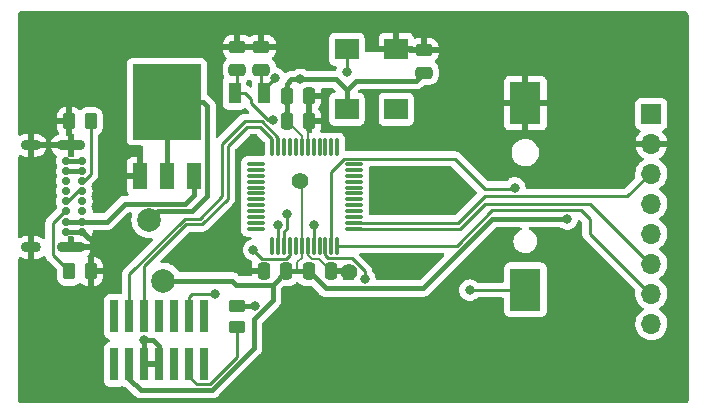
<source format=gbr>
%TF.GenerationSoftware,KiCad,Pcbnew,6.0.2+dfsg-1*%
%TF.CreationDate,2024-09-23T07:34:14+01:00*%
%TF.ProjectId,Circuit,43697263-7569-4742-9e6b-696361645f70,rev?*%
%TF.SameCoordinates,Original*%
%TF.FileFunction,Copper,L1,Top*%
%TF.FilePolarity,Positive*%
%FSLAX46Y46*%
G04 Gerber Fmt 4.6, Leading zero omitted, Abs format (unit mm)*
G04 Created by KiCad (PCBNEW 6.0.2+dfsg-1) date 2024-09-23 07:34:14*
%MOMM*%
%LPD*%
G01*
G04 APERTURE LIST*
G04 Aperture macros list*
%AMRoundRect*
0 Rectangle with rounded corners*
0 $1 Rounding radius*
0 $2 $3 $4 $5 $6 $7 $8 $9 X,Y pos of 4 corners*
0 Add a 4 corners polygon primitive as box body*
4,1,4,$2,$3,$4,$5,$6,$7,$8,$9,$2,$3,0*
0 Add four circle primitives for the rounded corners*
1,1,$1+$1,$2,$3*
1,1,$1+$1,$4,$5*
1,1,$1+$1,$6,$7*
1,1,$1+$1,$8,$9*
0 Add four rect primitives between the rounded corners*
20,1,$1+$1,$2,$3,$4,$5,0*
20,1,$1+$1,$4,$5,$6,$7,0*
20,1,$1+$1,$6,$7,$8,$9,0*
20,1,$1+$1,$8,$9,$2,$3,0*%
G04 Aperture macros list end*
%TA.AperFunction,SMDPad,CuDef*%
%ADD10RoundRect,0.250000X-0.262500X-0.450000X0.262500X-0.450000X0.262500X0.450000X-0.262500X0.450000X0*%
%TD*%
%TA.AperFunction,ComponentPad*%
%ADD11C,0.700000*%
%TD*%
%TA.AperFunction,ComponentPad*%
%ADD12O,2.400000X0.900000*%
%TD*%
%TA.AperFunction,ComponentPad*%
%ADD13O,1.700000X0.900000*%
%TD*%
%TA.AperFunction,SMDPad,CuDef*%
%ADD14R,2.600000X3.600000*%
%TD*%
%TA.AperFunction,SMDPad,CuDef*%
%ADD15R,1.200000X2.200000*%
%TD*%
%TA.AperFunction,SMDPad,CuDef*%
%ADD16R,5.800000X6.400000*%
%TD*%
%TA.AperFunction,SMDPad,CuDef*%
%ADD17RoundRect,0.250000X-0.250000X-0.475000X0.250000X-0.475000X0.250000X0.475000X-0.250000X0.475000X0*%
%TD*%
%TA.AperFunction,SMDPad,CuDef*%
%ADD18RoundRect,0.250000X0.262500X0.450000X-0.262500X0.450000X-0.262500X-0.450000X0.262500X-0.450000X0*%
%TD*%
%TA.AperFunction,SMDPad,CuDef*%
%ADD19RoundRect,0.075000X0.075000X-0.662500X0.075000X0.662500X-0.075000X0.662500X-0.075000X-0.662500X0*%
%TD*%
%TA.AperFunction,SMDPad,CuDef*%
%ADD20RoundRect,0.075000X0.662500X-0.075000X0.662500X0.075000X-0.662500X0.075000X-0.662500X-0.075000X0*%
%TD*%
%TA.AperFunction,SMDPad,CuDef*%
%ADD21RoundRect,0.250000X0.250000X0.475000X-0.250000X0.475000X-0.250000X-0.475000X0.250000X-0.475000X0*%
%TD*%
%TA.AperFunction,SMDPad,CuDef*%
%ADD22RoundRect,0.250000X-0.450000X0.262500X-0.450000X-0.262500X0.450000X-0.262500X0.450000X0.262500X0*%
%TD*%
%TA.AperFunction,SMDPad,CuDef*%
%ADD23R,2.000000X1.800000*%
%TD*%
%TA.AperFunction,SMDPad,CuDef*%
%ADD24RoundRect,0.250000X0.475000X-0.250000X0.475000X0.250000X-0.475000X0.250000X-0.475000X-0.250000X0*%
%TD*%
%TA.AperFunction,SMDPad,CuDef*%
%ADD25R,0.740000X2.790000*%
%TD*%
%TA.AperFunction,SMDPad,CuDef*%
%ADD26R,1.000000X1.800000*%
%TD*%
%TA.AperFunction,ComponentPad*%
%ADD27C,2.010000*%
%TD*%
%TA.AperFunction,ComponentPad*%
%ADD28R,1.700000X1.700000*%
%TD*%
%TA.AperFunction,ComponentPad*%
%ADD29O,1.700000X1.700000*%
%TD*%
%TA.AperFunction,ViaPad*%
%ADD30C,0.800000*%
%TD*%
%TA.AperFunction,ViaPad*%
%ADD31C,1.400000*%
%TD*%
%TA.AperFunction,Conductor*%
%ADD32C,0.400000*%
%TD*%
%TA.AperFunction,Conductor*%
%ADD33C,0.250000*%
%TD*%
%TA.AperFunction,Conductor*%
%ADD34C,0.200000*%
%TD*%
G04 APERTURE END LIST*
D10*
%TO.P,R2,1*%
%TO.N,Net-(P1-PadB5)*%
X75287500Y-77470000D03*
%TO.P,R2,2*%
%TO.N,LCD_GND*%
X77112500Y-77470000D03*
%TD*%
D11*
%TO.P,P1,A1,GND*%
%TO.N,LCD_GND*%
X76415000Y-68145000D03*
%TO.P,P1,A4,VBUS*%
%TO.N,+5V*%
X76415000Y-68995000D03*
%TO.P,P1,A5,CC1*%
%TO.N,Net-(P1-PadA5)*%
X76415000Y-69845000D03*
%TO.P,P1,A6,D+*%
%TO.N,Net-(P1-PadA6)*%
X76415000Y-70695000D03*
%TO.P,P1,A7,D-*%
%TO.N,Net-(P1-PadA7)*%
X76415000Y-71545000D03*
%TO.P,P1,A8,SBU1*%
%TO.N,unconnected-(P1-PadA8)*%
X76415000Y-72395000D03*
%TO.P,P1,A9,VBUS*%
%TO.N,+5V*%
X76415000Y-73245000D03*
%TO.P,P1,A12,GND*%
%TO.N,LCD_GND*%
X76415000Y-74095000D03*
%TO.P,P1,B1,GND*%
X75065000Y-74095000D03*
%TO.P,P1,B4,VBUS*%
%TO.N,+5V*%
X75065000Y-73245000D03*
%TO.P,P1,B5,CC2*%
%TO.N,Net-(P1-PadB5)*%
X75065000Y-72395000D03*
%TO.P,P1,B6,D+*%
%TO.N,Net-(P1-PadA6)*%
X75065000Y-71545000D03*
%TO.P,P1,B7,D-*%
%TO.N,Net-(P1-PadA7)*%
X75065000Y-70695000D03*
%TO.P,P1,B8,SBU2*%
%TO.N,unconnected-(P1-PadB8)*%
X75065000Y-69845000D03*
%TO.P,P1,B9,VBUS*%
%TO.N,+5V*%
X75065000Y-68995000D03*
%TO.P,P1,B12,GND*%
%TO.N,LCD_GND*%
X75065000Y-68145000D03*
D12*
%TO.P,P1,S1,SHIELD*%
X75435000Y-66795000D03*
X75435000Y-75445000D03*
D13*
X72055000Y-75445000D03*
X72055000Y-66795000D03*
%TD*%
D14*
%TO.P,B1,C1,C1*%
%TO.N,+1V5*%
X113919000Y-79020000D03*
%TO.P,B1,C2,C2*%
%TO.N,LCD_GND*%
X113919000Y-63220000D03*
%TD*%
D15*
%TO.P,U2,1,GND*%
%TO.N,LCD_GND*%
X81285000Y-69395000D03*
D16*
%TO.P,U2,2,Q*%
%TO.N,/3V3 UNFUSED*%
X83565000Y-63095000D03*
D15*
X83565000Y-69395000D03*
%TO.P,U2,3,I*%
%TO.N,+5V*%
X85845000Y-69395000D03*
%TD*%
D17*
%TO.P,C7,1*%
%TO.N,LCD_VCC*%
X93726000Y-64770000D03*
%TO.P,C7,2*%
%TO.N,LCD_GND*%
X95626000Y-64770000D03*
%TD*%
D18*
%TO.P,R1,1*%
%TO.N,Net-(P1-PadA5)*%
X77112500Y-64770000D03*
%TO.P,R1,2*%
%TO.N,LCD_GND*%
X75287500Y-64770000D03*
%TD*%
D19*
%TO.P,U1,1,PC13*%
%TO.N,unconnected-(U1-Pad1)*%
X92500000Y-75282500D03*
%TO.P,U1,2,PC14-OSC32_IN*%
%TO.N,OSC 32 A*%
X93000000Y-75282500D03*
%TO.P,U1,3,PC15-OSC32_OUT*%
%TO.N,OSC 32 B*%
X93500000Y-75282500D03*
%TO.P,U1,4,VBAT*%
%TO.N,+1V5*%
X94000000Y-75282500D03*
%TO.P,U1,5,VREF+*%
%TO.N,unconnected-(U1-Pad5)*%
X94500000Y-75282500D03*
%TO.P,U1,6,VDD/VDDA*%
%TO.N,LCD_VCC*%
X95000000Y-75282500D03*
%TO.P,U1,7,VSS/VSSA*%
%TO.N,LCD_GND*%
X95500000Y-75282500D03*
%TO.P,U1,8,PF0-OSC_IN*%
%TO.N,OSC 48M A*%
X96000000Y-75282500D03*
%TO.P,U1,9,PF1-OSC_OUT*%
%TO.N,unconnected-(U1-Pad9)*%
X96500000Y-75282500D03*
%TO.P,U1,10,PF2-NRST*%
%TO.N,NRST*%
X97000000Y-75282500D03*
%TO.P,U1,11,PA0*%
%TO.N,SPI_DC*%
X97500000Y-75282500D03*
%TO.P,U1,12,PA1*%
%TO.N,SPI_SCK*%
X98000000Y-75282500D03*
D20*
%TO.P,U1,13,PA2*%
%TO.N,SPI_MOSI*%
X99412500Y-73870000D03*
%TO.P,U1,14,PA3*%
%TO.N,SPI_CS*%
X99412500Y-73370000D03*
%TO.P,U1,15,PA4*%
%TO.N,unconnected-(U1-Pad15)*%
X99412500Y-72870000D03*
%TO.P,U1,16,PA5*%
%TO.N,unconnected-(U1-Pad16)*%
X99412500Y-72370000D03*
%TO.P,U1,17,PA6*%
%TO.N,unconnected-(U1-Pad17)*%
X99412500Y-71870000D03*
%TO.P,U1,18,PA7*%
%TO.N,unconnected-(U1-Pad18)*%
X99412500Y-71370000D03*
%TO.P,U1,19,PB0*%
%TO.N,unconnected-(U1-Pad19)*%
X99412500Y-70870000D03*
%TO.P,U1,20,PB1*%
%TO.N,unconnected-(U1-Pad20)*%
X99412500Y-70370000D03*
%TO.P,U1,21,PB2*%
%TO.N,unconnected-(U1-Pad21)*%
X99412500Y-69870000D03*
%TO.P,U1,22,PB10*%
%TO.N,unconnected-(U1-Pad22)*%
X99412500Y-69370000D03*
%TO.P,U1,23,PB11*%
%TO.N,unconnected-(U1-Pad23)*%
X99412500Y-68870000D03*
%TO.P,U1,24,PB12*%
%TO.N,unconnected-(U1-Pad24)*%
X99412500Y-68370000D03*
D19*
%TO.P,U1,25,PB13*%
%TO.N,unconnected-(U1-Pad25)*%
X98000000Y-66957500D03*
%TO.P,U1,26,PB14*%
%TO.N,unconnected-(U1-Pad26)*%
X97500000Y-66957500D03*
%TO.P,U1,27,PB15*%
%TO.N,unconnected-(U1-Pad27)*%
X97000000Y-66957500D03*
%TO.P,U1,28,PA8*%
%TO.N,unconnected-(U1-Pad28)*%
X96500000Y-66957500D03*
%TO.P,U1,29,PA9*%
%TO.N,unconnected-(U1-Pad29)*%
X96000000Y-66957500D03*
%TO.P,U1,30,VSS*%
%TO.N,LCD_GND*%
X95500000Y-66957500D03*
%TO.P,U1,31,VDDIO2*%
%TO.N,LCD_VCC*%
X95000000Y-66957500D03*
%TO.P,U1,32,PA10*%
%TO.N,unconnected-(U1-Pad32)*%
X94500000Y-66957500D03*
%TO.P,U1,33,PA11_[PA9]*%
%TO.N,unconnected-(U1-Pad33)*%
X94000000Y-66957500D03*
%TO.P,U1,34,PA12_[PA10]*%
%TO.N,unconnected-(U1-Pad34)*%
X93500000Y-66957500D03*
%TO.P,U1,35,PA13*%
%TO.N,SWDIO*%
X93000000Y-66957500D03*
%TO.P,U1,36,PA14-BOOT0*%
%TO.N,SWCLK*%
X92500000Y-66957500D03*
D20*
%TO.P,U1,37,PA15*%
%TO.N,unconnected-(U1-Pad37)*%
X91087500Y-68370000D03*
%TO.P,U1,38,PD0*%
%TO.N,unconnected-(U1-Pad38)*%
X91087500Y-68870000D03*
%TO.P,U1,39,PD1*%
%TO.N,unconnected-(U1-Pad39)*%
X91087500Y-69370000D03*
%TO.P,U1,40,PD2*%
%TO.N,unconnected-(U1-Pad40)*%
X91087500Y-69870000D03*
%TO.P,U1,41,PD3*%
%TO.N,unconnected-(U1-Pad41)*%
X91087500Y-70370000D03*
%TO.P,U1,42,PB3*%
%TO.N,unconnected-(U1-Pad42)*%
X91087500Y-70870000D03*
%TO.P,U1,43,PB4*%
%TO.N,unconnected-(U1-Pad43)*%
X91087500Y-71370000D03*
%TO.P,U1,44,PB5*%
%TO.N,unconnected-(U1-Pad44)*%
X91087500Y-71870000D03*
%TO.P,U1,45,PB6*%
%TO.N,unconnected-(U1-Pad45)*%
X91087500Y-72370000D03*
%TO.P,U1,46,PB7*%
%TO.N,unconnected-(U1-Pad46)*%
X91087500Y-72870000D03*
%TO.P,U1,47,PB8*%
%TO.N,unconnected-(U1-Pad47)*%
X91087500Y-73370000D03*
%TO.P,U1,48,PB9*%
%TO.N,unconnected-(U1-Pad48)*%
X91087500Y-73870000D03*
%TD*%
D21*
%TO.P,C1,1*%
%TO.N,LCD_VCC*%
X93660000Y-77470000D03*
%TO.P,C1,2*%
%TO.N,LCD_GND*%
X91760000Y-77470000D03*
%TD*%
D22*
%TO.P,R3,1*%
%TO.N,LCD_GND*%
X89535000Y-80367500D03*
%TO.P,R3,2*%
%TO.N,Net-(J2-Pad11)*%
X89535000Y-82192500D03*
%TD*%
D23*
%TO.P,X1,1,~{ST}*%
%TO.N,unconnected-(X1-Pad1)*%
X102997000Y-63754000D03*
%TO.P,X1,2,GND*%
%TO.N,LCD_GND*%
X102997000Y-58674000D03*
%TO.P,X1,3,OUT*%
%TO.N,OSC 48M A*%
X98797000Y-58674000D03*
%TO.P,X1,4,VCC*%
%TO.N,LCD_VCC*%
X98797000Y-63754000D03*
%TD*%
D24*
%TO.P,C5,1*%
%TO.N,OSC 32 B*%
X91567000Y-60386000D03*
%TO.P,C5,2*%
%TO.N,LCD_GND*%
X91567000Y-58486000D03*
%TD*%
%TO.P,C3,1*%
%TO.N,LCD_VCC*%
X105342000Y-60640000D03*
%TO.P,C3,2*%
%TO.N,LCD_GND*%
X105342000Y-58740000D03*
%TD*%
D17*
%TO.P,C2,1*%
%TO.N,LCD_VCC*%
X95570000Y-77470000D03*
%TO.P,C2,2*%
%TO.N,LCD_GND*%
X97470000Y-77470000D03*
%TD*%
D24*
%TO.P,C4,1*%
%TO.N,OSC 32 A*%
X89535000Y-60386000D03*
%TO.P,C4,2*%
%TO.N,LCD_GND*%
X89535000Y-58486000D03*
%TD*%
D25*
%TO.P,J2,1,1*%
%TO.N,unconnected-(J2-Pad1)*%
X79121000Y-85347000D03*
%TO.P,J2,2,2*%
%TO.N,unconnected-(J2-Pad2)*%
X79121000Y-81277000D03*
%TO.P,J2,3,3*%
%TO.N,LCD_VCC*%
X80391000Y-85347000D03*
%TO.P,J2,4,4*%
%TO.N,SWDIO*%
X80391000Y-81277000D03*
%TO.P,J2,5,5*%
%TO.N,LCD_GND*%
X81661000Y-85347000D03*
%TO.P,J2,6,6*%
%TO.N,SWCLK*%
X81661000Y-81277000D03*
%TO.P,J2,7,7*%
%TO.N,LCD_GND*%
X82931000Y-85347000D03*
%TO.P,J2,8,8*%
%TO.N,SWO*%
X82931000Y-81277000D03*
%TO.P,J2,9,9*%
%TO.N,unconnected-(J2-Pad9)*%
X84201000Y-85347000D03*
%TO.P,J2,10,10*%
%TO.N,unconnected-(J2-Pad10)*%
X84201000Y-81277000D03*
%TO.P,J2,11,11*%
%TO.N,Net-(J2-Pad11)*%
X85471000Y-85347000D03*
%TO.P,J2,12,12*%
%TO.N,NRST*%
X85471000Y-81277000D03*
%TO.P,J2,13,13*%
%TO.N,unconnected-(J2-Pad13)*%
X86741000Y-85347000D03*
%TO.P,J2,14,14*%
%TO.N,unconnected-(J2-Pad14)*%
X86741000Y-81277000D03*
%TD*%
D26*
%TO.P,Y1,1,1*%
%TO.N,OSC 32 A*%
X89301000Y-62357000D03*
%TO.P,Y1,2,2*%
%TO.N,OSC 32 B*%
X91801000Y-62357000D03*
%TD*%
D17*
%TO.P,C6,1*%
%TO.N,LCD_VCC*%
X93726000Y-62611000D03*
%TO.P,C6,2*%
%TO.N,LCD_GND*%
X95626000Y-62611000D03*
%TD*%
D27*
%TO.P,F1,1*%
%TO.N,/3V3 UNFUSED*%
X82077000Y-73142000D03*
%TO.P,F1,2*%
%TO.N,LCD_VCC*%
X83277000Y-78242000D03*
%TD*%
D28*
%TO.P,J1,1,Pin_1*%
%TO.N,LCD_VCC*%
X124587000Y-64135000D03*
D29*
%TO.P,J1,2,Pin_2*%
%TO.N,LCD_GND*%
X124587000Y-66675000D03*
%TO.P,J1,3,Pin_3*%
%TO.N,SPI_CS*%
X124587000Y-69215000D03*
%TO.P,J1,4,Pin_4*%
%TO.N,LCD_RST*%
X124587000Y-71755000D03*
%TO.P,J1,5,Pin_5*%
%TO.N,SPI_DC*%
X124587000Y-74295000D03*
%TO.P,J1,6,Pin_6*%
%TO.N,SPI_MOSI*%
X124587000Y-76835000D03*
%TO.P,J1,7,Pin_7*%
%TO.N,SPI_SCK*%
X124587000Y-79375000D03*
%TO.P,J1,8,Pin_8*%
%TO.N,LCD_LED*%
X124587000Y-81915000D03*
%TD*%
D30*
%TO.N,+1V5*%
X109220000Y-79045000D03*
X90894511Y-75654511D03*
D31*
%TO.N,LCD_GND*%
X88900000Y-76200000D03*
D30*
X81661000Y-83312000D03*
X78740000Y-71120000D03*
X78740000Y-74930000D03*
D31*
X98970569Y-77559431D03*
D30*
X91000000Y-80400000D03*
%TO.N,LCD_VCC*%
X117475000Y-73025000D03*
X94869000Y-61214000D03*
D31*
X94869000Y-69850000D03*
D30*
%TO.N,OSC 32 A*%
X92583000Y-64643000D03*
X93001948Y-73545554D03*
%TO.N,OSC 32 B*%
X93726578Y-72593957D03*
X92710000Y-61087000D03*
%TO.N,SPI_DC*%
X113030000Y-70395500D03*
%TO.N,NRST*%
X100330000Y-78105000D03*
X87630000Y-79375000D03*
%TO.N,OSC 48M A*%
X95999446Y-73545554D03*
X98806000Y-60579000D03*
%TD*%
D32*
%TO.N,LCD_VCC*%
X94869000Y-61214000D02*
X97917000Y-61214000D01*
X97917000Y-61214000D02*
X98806000Y-62103000D01*
X94869000Y-61214000D02*
X94107000Y-61214000D01*
X94107000Y-61214000D02*
X93726000Y-61595000D01*
X93726000Y-61595000D02*
X93726000Y-62611000D01*
D33*
%TO.N,+1V5*%
X113894000Y-79045000D02*
X109220000Y-79045000D01*
X94000000Y-76085006D02*
X94000000Y-75282500D01*
X93664526Y-76420480D02*
X94000000Y-76085006D01*
X91660480Y-76420480D02*
X93664526Y-76420480D01*
X90894511Y-75654511D02*
X91660480Y-76420480D01*
X113919000Y-79020000D02*
X113894000Y-79045000D01*
D32*
%TO.N,+5V*%
X78520000Y-73245000D02*
X80010000Y-71755000D01*
X75065000Y-68995000D02*
X76415000Y-68995000D01*
X80010000Y-71755000D02*
X85090000Y-71755000D01*
X85090000Y-71755000D02*
X85845000Y-71000000D01*
X76415000Y-73245000D02*
X75065000Y-73245000D01*
X76415000Y-73245000D02*
X78520000Y-73245000D01*
X85845000Y-71000000D02*
X85845000Y-69395000D01*
D33*
%TO.N,Net-(P1-PadA5)*%
X76518904Y-69845000D02*
X76415000Y-69845000D01*
X77112500Y-64770000D02*
X77112500Y-69251404D01*
X77112500Y-69251404D02*
X76518904Y-69845000D01*
%TO.N,Net-(P1-PadA6)*%
X75168904Y-71545000D02*
X75065000Y-71545000D01*
X76018904Y-70695000D02*
X75168904Y-71545000D01*
X76415000Y-70695000D02*
X76018904Y-70695000D01*
%TO.N,Net-(P1-PadB5)*%
X73910480Y-76092980D02*
X73910480Y-73409520D01*
X73910480Y-73409520D02*
X74925000Y-72395000D01*
X75287500Y-77470000D02*
X73910480Y-76092980D01*
X74925000Y-72395000D02*
X75065000Y-72395000D01*
D32*
%TO.N,LCD_GND*%
X81661000Y-83312000D02*
X81661000Y-85347000D01*
D34*
X95626000Y-64770000D02*
X95626000Y-62611000D01*
X95500000Y-75282500D02*
X95500000Y-76049651D01*
X97470000Y-77470000D02*
X98881138Y-77470000D01*
X95500000Y-66957500D02*
X95500000Y-64896000D01*
D32*
X75065000Y-68145000D02*
X76415000Y-68145000D01*
D34*
X98881138Y-77470000D02*
X98970569Y-77559431D01*
D32*
X82423000Y-83312000D02*
X82931000Y-83820000D01*
X82931000Y-83820000D02*
X82931000Y-85347000D01*
X90170000Y-77470000D02*
X91760000Y-77470000D01*
X88900000Y-76200000D02*
X90170000Y-77470000D01*
X90967500Y-80367500D02*
X89535000Y-80367500D01*
X81661000Y-83312000D02*
X82423000Y-83312000D01*
D34*
X95500000Y-76049651D02*
X95885000Y-76434651D01*
X95885000Y-76434651D02*
X96434651Y-76434651D01*
D32*
X75065000Y-74095000D02*
X76415000Y-74095000D01*
D34*
X95500000Y-64896000D02*
X95626000Y-64770000D01*
X96434651Y-76434651D02*
X97470000Y-77470000D01*
D32*
X91000000Y-80400000D02*
X90967500Y-80367500D01*
D34*
%TO.N,LCD_VCC*%
X98806000Y-63745000D02*
X98797000Y-63754000D01*
X94599073Y-76702653D02*
X94599073Y-77422408D01*
D32*
X92535480Y-78594520D02*
X93660000Y-77470000D01*
X97004511Y-78904511D02*
X105245489Y-78904511D01*
X105245489Y-78904511D02*
X111125000Y-73025000D01*
X90932000Y-83983072D02*
X90932000Y-81534000D01*
D34*
X95000000Y-75282500D02*
X95000000Y-76301726D01*
D32*
X94646665Y-77470000D02*
X95570000Y-77470000D01*
X105342000Y-60640000D02*
X104641000Y-61341000D01*
X95570000Y-77470000D02*
X97004511Y-78904511D01*
X93726000Y-62611000D02*
X93726000Y-64770000D01*
X89434520Y-78594520D02*
X92535480Y-78594520D01*
D34*
X95000000Y-69981000D02*
X95000000Y-75282500D01*
D33*
X94599073Y-77422408D02*
X94646665Y-77470000D01*
D32*
X104641000Y-61341000D02*
X99568000Y-61341000D01*
X81341009Y-87491031D02*
X87424041Y-87491031D01*
D34*
X95000000Y-66957500D02*
X95000000Y-66044000D01*
X94869000Y-69850000D02*
X95000000Y-69981000D01*
D32*
X89434520Y-78594520D02*
X89092000Y-78252000D01*
X87424041Y-87491031D02*
X90932000Y-83983072D01*
X89092000Y-78252000D02*
X82988000Y-78252000D01*
D34*
X95000000Y-76301726D02*
X94599073Y-76702653D01*
D32*
X80391000Y-85347000D02*
X80391000Y-86541022D01*
D34*
X95000000Y-66044000D02*
X93726000Y-64770000D01*
D32*
X92535480Y-79930520D02*
X92535480Y-78594520D01*
X80391000Y-86541022D02*
X81341009Y-87491031D01*
X98806000Y-62103000D02*
X98806000Y-63745000D01*
X111125000Y-73025000D02*
X117475000Y-73025000D01*
X99568000Y-61341000D02*
X98806000Y-62103000D01*
X90932000Y-81534000D02*
X92535480Y-79930520D01*
X93660000Y-77470000D02*
X94646665Y-77470000D01*
%TO.N,/3V3 UNFUSED*%
X82829000Y-72390000D02*
X82077000Y-73142000D01*
X86995000Y-71120000D02*
X85725000Y-72390000D01*
X83565000Y-63095000D02*
X86590000Y-63095000D01*
X86590000Y-63095000D02*
X86995000Y-63500000D01*
X85725000Y-72390000D02*
X82829000Y-72390000D01*
X83565000Y-69395000D02*
X83565000Y-63095000D01*
X86995000Y-63500000D02*
X86995000Y-71120000D01*
D33*
%TO.N,OSC 32 A*%
X92137978Y-64643000D02*
X90678000Y-63183022D01*
X92583000Y-64643000D02*
X92137978Y-64643000D01*
X93000000Y-74479994D02*
X93001948Y-74478046D01*
X89535000Y-62123000D02*
X89301000Y-62357000D01*
X89535000Y-60386000D02*
X89535000Y-62123000D01*
X93001948Y-74478046D02*
X93001948Y-73545554D01*
X93000000Y-75282500D02*
X93000000Y-74479994D01*
X90170000Y-62357000D02*
X89301000Y-62357000D01*
X90678000Y-63183022D02*
X90678000Y-62865000D01*
X90678000Y-62865000D02*
X90170000Y-62357000D01*
%TO.N,OSC 32 B*%
X91567000Y-60386000D02*
X91567000Y-62123000D01*
X93500000Y-75282500D02*
X93500000Y-74072116D01*
X93500000Y-74072116D02*
X93726578Y-73845538D01*
X93726578Y-73845538D02*
X93726578Y-72593957D01*
X91567000Y-62123000D02*
X91801000Y-62357000D01*
X91801000Y-61996000D02*
X91801000Y-62357000D01*
X92710000Y-61087000D02*
X91801000Y-61996000D01*
%TO.N,SPI_SCK*%
X108125717Y-75282500D02*
X111107728Y-72300489D01*
X119380000Y-74295000D02*
X124460000Y-79375000D01*
X119380000Y-73025000D02*
X119380000Y-74295000D01*
X98000000Y-75282500D02*
X108125717Y-75282500D01*
X111107728Y-72300489D02*
X118655489Y-72300489D01*
X118655489Y-72300489D02*
X119380000Y-73025000D01*
%TO.N,SPI_MOSI*%
X99412500Y-73870000D02*
X108375000Y-73870000D01*
X110490000Y-71755000D02*
X119380000Y-71755000D01*
X119380000Y-71755000D02*
X124460000Y-76835000D01*
X108375000Y-73870000D02*
X110490000Y-71755000D01*
%TO.N,SPI_DC*%
X107949044Y-67945480D02*
X110488564Y-70485000D01*
X98605225Y-67945480D02*
X107949044Y-67945480D01*
X110488564Y-70485000D02*
X113030000Y-70485000D01*
X113030000Y-70485000D02*
X113030000Y-70395500D01*
X97500000Y-75282500D02*
X97500000Y-69050705D01*
X97500000Y-69050705D02*
X98605225Y-67945480D01*
%TO.N,SPI_CS*%
X99412500Y-73370000D02*
X108239282Y-73370000D01*
X108239282Y-73370000D02*
X110489282Y-71120000D01*
X110489282Y-71120000D02*
X122555000Y-71120000D01*
X122555000Y-71120000D02*
X124460000Y-69215000D01*
%TO.N,SWDIO*%
X80391000Y-77724000D02*
X80391000Y-81277000D01*
X93000000Y-66154994D02*
X93000000Y-66957500D01*
X86360000Y-73025000D02*
X88265000Y-71120000D01*
X90170000Y-64770000D02*
X91615006Y-64770000D01*
X88265000Y-66675000D02*
X90170000Y-64770000D01*
X91615006Y-64770000D02*
X93000000Y-66154994D01*
X85090000Y-73025000D02*
X80391000Y-77724000D01*
X85090000Y-73025000D02*
X86360000Y-73025000D01*
X88265000Y-71120000D02*
X88265000Y-66675000D01*
%TO.N,SWCLK*%
X88714520Y-71306197D02*
X86546197Y-73474520D01*
X91428808Y-65219520D02*
X90356198Y-65219520D01*
X85205486Y-73474520D02*
X81661000Y-77019006D01*
X81661000Y-77019006D02*
X81661000Y-81277000D01*
X88714520Y-66861198D02*
X88714520Y-71306197D01*
X92500000Y-66290712D02*
X91428808Y-65219520D01*
X86546197Y-73474520D02*
X85205486Y-73474520D01*
X92500000Y-66957500D02*
X92500000Y-66290712D01*
X90356198Y-65219520D02*
X88714520Y-66861198D01*
%TO.N,NRST*%
X85471000Y-79629000D02*
X85471000Y-81277000D01*
X100330000Y-77470000D02*
X99204520Y-76344520D01*
X87630000Y-79375000D02*
X85725000Y-79375000D01*
X97000000Y-76099511D02*
X97000000Y-75282500D01*
X97245009Y-76344520D02*
X97000000Y-76099511D01*
X85725000Y-79375000D02*
X85471000Y-79629000D01*
X99204520Y-76344520D02*
X97245009Y-76344520D01*
X100330000Y-78105000D02*
X100330000Y-77470000D01*
%TO.N,OSC 48M A*%
X98806000Y-58683000D02*
X98797000Y-58674000D01*
X95999446Y-75281946D02*
X95999446Y-73545554D01*
X98806000Y-60579000D02*
X98806000Y-58683000D01*
X96000000Y-75282500D02*
X95999446Y-75281946D01*
%TO.N,Net-(J2-Pad11)*%
X85471000Y-85347000D02*
X85471000Y-86372000D01*
X86115511Y-87016511D02*
X87227489Y-87016511D01*
X89535000Y-84709000D02*
X89535000Y-82192500D01*
X87227489Y-87016511D02*
X89535000Y-84709000D01*
X85471000Y-86372000D02*
X86115511Y-87016511D01*
%TD*%
%TA.AperFunction,Conductor*%
%TO.N,LCD_GND*%
G36*
X127494378Y-55455502D02*
G01*
X127506191Y-55464101D01*
X127586517Y-55530023D01*
X127603979Y-55547485D01*
X127712601Y-55679842D01*
X127726319Y-55700372D01*
X127747122Y-55739292D01*
X127762000Y-55798688D01*
X127762000Y-88346312D01*
X127747123Y-88405706D01*
X127726320Y-88444626D01*
X127712597Y-88465163D01*
X127654106Y-88536434D01*
X127595429Y-88576403D01*
X127556707Y-88582500D01*
X71119000Y-88582500D01*
X71050879Y-88562498D01*
X71004386Y-88508842D01*
X70993000Y-88456500D01*
X70993000Y-76392166D01*
X71013002Y-76324045D01*
X71066658Y-76277552D01*
X71136932Y-76267448D01*
X71180475Y-76282180D01*
X71191083Y-76288109D01*
X71357980Y-76360332D01*
X71370083Y-76364171D01*
X71549600Y-76401675D01*
X71559152Y-76402915D01*
X71562384Y-76403000D01*
X71782885Y-76403000D01*
X71798124Y-76398525D01*
X71799329Y-76397135D01*
X71801000Y-76389452D01*
X71801000Y-76384885D01*
X72309000Y-76384885D01*
X72313475Y-76400124D01*
X72314865Y-76401329D01*
X72322548Y-76403000D01*
X72500447Y-76403000D01*
X72506822Y-76402677D01*
X72642277Y-76388918D01*
X72654717Y-76386364D01*
X72828244Y-76331984D01*
X72839932Y-76326975D01*
X72998979Y-76238813D01*
X73009407Y-76231566D01*
X73084417Y-76167274D01*
X73149156Y-76138130D01*
X73219375Y-76148612D01*
X73272779Y-76195394D01*
X73287623Y-76236601D01*
X73289042Y-76236237D01*
X73291012Y-76243910D01*
X73292006Y-76251777D01*
X73294925Y-76259148D01*
X73294925Y-76259150D01*
X73308284Y-76292892D01*
X73312129Y-76304122D01*
X73320282Y-76332184D01*
X73324462Y-76346573D01*
X73328495Y-76353392D01*
X73328497Y-76353397D01*
X73334773Y-76364008D01*
X73343468Y-76381756D01*
X73350928Y-76400597D01*
X73355590Y-76407013D01*
X73355590Y-76407014D01*
X73376916Y-76436367D01*
X73383432Y-76446287D01*
X73405938Y-76484342D01*
X73420259Y-76498663D01*
X73433099Y-76513696D01*
X73445008Y-76530087D01*
X73451114Y-76535138D01*
X73479085Y-76558278D01*
X73487864Y-76566268D01*
X74229595Y-77307999D01*
X74263621Y-77370311D01*
X74266500Y-77397094D01*
X74266500Y-77970400D01*
X74266837Y-77973646D01*
X74266837Y-77973650D01*
X74276618Y-78067914D01*
X74277474Y-78076166D01*
X74279655Y-78082702D01*
X74279655Y-78082704D01*
X74310392Y-78174834D01*
X74333450Y-78243946D01*
X74426522Y-78394348D01*
X74551697Y-78519305D01*
X74557927Y-78523145D01*
X74557928Y-78523146D01*
X74695288Y-78607816D01*
X74702262Y-78612115D01*
X74764306Y-78632694D01*
X74863611Y-78665632D01*
X74863613Y-78665632D01*
X74870139Y-78667797D01*
X74876975Y-78668497D01*
X74876978Y-78668498D01*
X74920031Y-78672909D01*
X74974600Y-78678500D01*
X75600400Y-78678500D01*
X75603646Y-78678163D01*
X75603650Y-78678163D01*
X75699308Y-78668238D01*
X75699312Y-78668237D01*
X75706166Y-78667526D01*
X75712702Y-78665345D01*
X75712704Y-78665345D01*
X75844806Y-78621272D01*
X75873946Y-78611550D01*
X76024348Y-78518478D01*
X76111137Y-78431537D01*
X76173421Y-78397458D01*
X76244241Y-78402461D01*
X76289329Y-78431382D01*
X76371829Y-78513739D01*
X76383240Y-78522751D01*
X76521243Y-78607816D01*
X76534424Y-78613963D01*
X76688710Y-78665138D01*
X76702086Y-78668005D01*
X76796438Y-78677672D01*
X76802854Y-78678000D01*
X76840385Y-78678000D01*
X76855624Y-78673525D01*
X76856829Y-78672135D01*
X76858500Y-78664452D01*
X76858500Y-78659884D01*
X77366500Y-78659884D01*
X77370975Y-78675123D01*
X77372365Y-78676328D01*
X77380048Y-78677999D01*
X77422095Y-78677999D01*
X77428614Y-78677662D01*
X77524206Y-78667743D01*
X77537600Y-78664851D01*
X77691784Y-78613412D01*
X77704962Y-78607239D01*
X77842807Y-78521937D01*
X77854208Y-78512901D01*
X77968739Y-78398171D01*
X77977751Y-78386760D01*
X78062816Y-78248757D01*
X78068963Y-78235576D01*
X78120138Y-78081290D01*
X78123005Y-78067914D01*
X78132672Y-77973562D01*
X78133000Y-77967146D01*
X78133000Y-77742115D01*
X78128525Y-77726876D01*
X78127135Y-77725671D01*
X78119452Y-77724000D01*
X77384615Y-77724000D01*
X77369376Y-77728475D01*
X77368171Y-77729865D01*
X77366500Y-77737548D01*
X77366500Y-78659884D01*
X76858500Y-78659884D01*
X76858500Y-77197885D01*
X77366500Y-77197885D01*
X77370975Y-77213124D01*
X77372365Y-77214329D01*
X77380048Y-77216000D01*
X78114884Y-77216000D01*
X78130123Y-77211525D01*
X78131328Y-77210135D01*
X78132999Y-77202452D01*
X78132999Y-76972905D01*
X78132662Y-76966386D01*
X78122743Y-76870794D01*
X78119851Y-76857400D01*
X78068412Y-76703216D01*
X78062239Y-76690038D01*
X77976937Y-76552193D01*
X77967901Y-76540792D01*
X77853171Y-76426261D01*
X77841760Y-76417249D01*
X77703757Y-76332184D01*
X77690576Y-76326037D01*
X77536290Y-76274862D01*
X77522914Y-76271995D01*
X77428562Y-76262328D01*
X77422145Y-76262000D01*
X77384615Y-76262000D01*
X77369376Y-76266475D01*
X77368171Y-76267865D01*
X77366500Y-76275548D01*
X77366500Y-77197885D01*
X76858500Y-77197885D01*
X76858500Y-76280118D01*
X76845998Y-76237540D01*
X76845998Y-76166543D01*
X76875650Y-76115147D01*
X76886248Y-76104019D01*
X76997711Y-75960320D01*
X77004435Y-75949560D01*
X77084732Y-75786375D01*
X77089155Y-75774481D01*
X77104251Y-75716530D01*
X77103817Y-75702436D01*
X77095636Y-75699000D01*
X75307000Y-75699000D01*
X75238879Y-75678998D01*
X75192386Y-75625342D01*
X75181000Y-75573000D01*
X75181000Y-74573000D01*
X75201002Y-74504879D01*
X75254658Y-74458386D01*
X75307000Y-74447000D01*
X75563000Y-74447000D01*
X75631121Y-74467002D01*
X75677614Y-74520658D01*
X75689000Y-74573000D01*
X75689000Y-75172885D01*
X75693475Y-75188124D01*
X75694865Y-75189329D01*
X75702548Y-75191000D01*
X77094229Y-75191000D01*
X77107760Y-75187027D01*
X77108637Y-75180925D01*
X77052690Y-75028864D01*
X77047123Y-75017451D01*
X76951292Y-74862891D01*
X76946509Y-74856681D01*
X76934292Y-74849560D01*
X76919947Y-74850184D01*
X76874172Y-74862935D01*
X76806336Y-74841986D01*
X76786832Y-74826042D01*
X76279385Y-74318595D01*
X76245359Y-74256283D01*
X76250424Y-74185468D01*
X76292971Y-74128632D01*
X76359491Y-74103821D01*
X76368480Y-74103500D01*
X76505232Y-74103500D01*
X76511685Y-74102128D01*
X76511689Y-74102128D01*
X76667153Y-74069083D01*
X76737944Y-74074485D01*
X76782445Y-74103235D01*
X77161767Y-74482557D01*
X77174147Y-74489317D01*
X77181062Y-74484141D01*
X77199835Y-74451625D01*
X77205181Y-74439617D01*
X77256833Y-74280650D01*
X77259563Y-74267807D01*
X77277036Y-74101565D01*
X77277036Y-74081829D01*
X77279466Y-74081829D01*
X77290248Y-74022842D01*
X77338745Y-73970991D01*
X77402791Y-73953500D01*
X78491088Y-73953500D01*
X78499658Y-73953792D01*
X78549776Y-73957209D01*
X78549780Y-73957209D01*
X78557352Y-73957725D01*
X78564829Y-73956420D01*
X78564830Y-73956420D01*
X78591308Y-73951799D01*
X78620303Y-73946738D01*
X78626821Y-73945777D01*
X78690242Y-73938102D01*
X78697343Y-73935419D01*
X78699952Y-73934778D01*
X78716262Y-73930315D01*
X78718798Y-73929550D01*
X78726284Y-73928243D01*
X78784800Y-73902556D01*
X78790904Y-73900065D01*
X78843548Y-73880173D01*
X78843549Y-73880172D01*
X78850656Y-73877487D01*
X78856919Y-73873183D01*
X78859285Y-73871946D01*
X78874097Y-73863701D01*
X78876351Y-73862368D01*
X78883305Y-73859315D01*
X78934002Y-73820413D01*
X78939332Y-73816541D01*
X78985720Y-73784661D01*
X78985725Y-73784656D01*
X78991981Y-73780357D01*
X79033436Y-73733829D01*
X79038416Y-73728554D01*
X80266566Y-72500405D01*
X80328878Y-72466379D01*
X80355661Y-72463500D01*
X80531271Y-72463500D01*
X80599392Y-72483502D01*
X80645885Y-72537158D01*
X80655989Y-72607432D01*
X80647680Y-72637718D01*
X80645711Y-72642473D01*
X80633125Y-72672857D01*
X80631970Y-72677669D01*
X80578666Y-72899691D01*
X80578665Y-72899697D01*
X80577511Y-72904504D01*
X80558820Y-73142000D01*
X80577511Y-73379496D01*
X80578665Y-73384303D01*
X80578666Y-73384309D01*
X80596708Y-73459457D01*
X80633125Y-73611143D01*
X80635018Y-73615714D01*
X80635019Y-73615716D01*
X80721636Y-73824826D01*
X80724292Y-73831239D01*
X80848767Y-74034364D01*
X80929280Y-74128632D01*
X80995089Y-74205684D01*
X81003485Y-74215515D01*
X81184636Y-74370233D01*
X81387761Y-74494708D01*
X81392331Y-74496601D01*
X81392335Y-74496603D01*
X81602816Y-74583787D01*
X81607857Y-74585875D01*
X81646890Y-74595246D01*
X81834691Y-74640334D01*
X81834697Y-74640335D01*
X81839504Y-74641489D01*
X82077000Y-74660180D01*
X82259600Y-74645809D01*
X82329078Y-74660405D01*
X82379638Y-74710247D01*
X82395224Y-74779512D01*
X82370889Y-74846208D01*
X82358579Y-74860516D01*
X79998747Y-77220348D01*
X79990461Y-77227888D01*
X79983982Y-77232000D01*
X79978557Y-77237777D01*
X79937357Y-77281651D01*
X79934602Y-77284493D01*
X79914865Y-77304230D01*
X79912385Y-77307427D01*
X79904682Y-77316447D01*
X79874414Y-77348679D01*
X79870595Y-77355625D01*
X79870593Y-77355628D01*
X79864652Y-77366434D01*
X79853801Y-77382953D01*
X79841386Y-77398959D01*
X79838241Y-77406228D01*
X79838238Y-77406232D01*
X79823826Y-77439537D01*
X79818609Y-77450187D01*
X79797305Y-77488940D01*
X79795334Y-77496615D01*
X79795334Y-77496616D01*
X79792267Y-77508562D01*
X79785863Y-77527266D01*
X79781618Y-77537077D01*
X79777819Y-77545855D01*
X79776580Y-77553678D01*
X79776577Y-77553688D01*
X79770901Y-77589524D01*
X79768495Y-77601144D01*
X79757500Y-77643970D01*
X79757500Y-77664224D01*
X79755949Y-77683934D01*
X79752780Y-77703943D01*
X79754992Y-77727338D01*
X79756941Y-77747961D01*
X79757500Y-77759819D01*
X79757500Y-79258933D01*
X79737498Y-79327054D01*
X79683842Y-79373547D01*
X79613568Y-79383651D01*
X79607079Y-79382415D01*
X79601316Y-79380255D01*
X79539134Y-79373500D01*
X78702866Y-79373500D01*
X78640684Y-79380255D01*
X78504295Y-79431385D01*
X78387739Y-79518739D01*
X78300385Y-79635295D01*
X78249255Y-79771684D01*
X78242500Y-79833866D01*
X78242500Y-82720134D01*
X78249255Y-82782316D01*
X78300385Y-82918705D01*
X78387739Y-83035261D01*
X78504295Y-83122615D01*
X78640684Y-83173745D01*
X78640557Y-83174083D01*
X78698058Y-83206929D01*
X78730881Y-83269883D01*
X78733266Y-83295175D01*
X78733241Y-83298725D01*
X78732597Y-83304855D01*
X78733797Y-83318036D01*
X78720049Y-83387689D01*
X78670827Y-83438852D01*
X78642454Y-83450063D01*
X78640684Y-83450255D01*
X78633289Y-83453027D01*
X78633286Y-83453028D01*
X78518978Y-83495880D01*
X78504295Y-83501385D01*
X78387739Y-83588739D01*
X78300385Y-83705295D01*
X78249255Y-83841684D01*
X78242500Y-83903866D01*
X78242500Y-86790134D01*
X78249255Y-86852316D01*
X78300385Y-86988705D01*
X78387739Y-87105261D01*
X78504295Y-87192615D01*
X78640684Y-87243745D01*
X78702866Y-87250500D01*
X79539134Y-87250500D01*
X79601316Y-87243745D01*
X79608712Y-87240973D01*
X79608718Y-87240971D01*
X79711771Y-87202338D01*
X79782578Y-87197155D01*
X79800229Y-87202338D01*
X79903282Y-87240971D01*
X79903288Y-87240973D01*
X79910684Y-87243745D01*
X79972866Y-87250500D01*
X80046318Y-87250500D01*
X80114439Y-87270502D01*
X80135413Y-87287405D01*
X80819559Y-87971551D01*
X80825413Y-87977816D01*
X80863448Y-88021416D01*
X80869666Y-88025786D01*
X80915706Y-88058143D01*
X80921002Y-88062076D01*
X80971291Y-88101508D01*
X80978213Y-88104633D01*
X80980461Y-88105995D01*
X80995194Y-88114399D01*
X80997533Y-88115653D01*
X81003748Y-88120021D01*
X81010824Y-88122780D01*
X81010828Y-88122782D01*
X81063283Y-88143233D01*
X81069361Y-88145788D01*
X81127583Y-88172076D01*
X81135054Y-88173460D01*
X81137608Y-88174261D01*
X81153887Y-88178898D01*
X81156442Y-88179554D01*
X81163518Y-88182313D01*
X81184271Y-88185045D01*
X81226860Y-88190652D01*
X81233376Y-88191684D01*
X81286874Y-88201599D01*
X81296196Y-88203327D01*
X81303776Y-88202890D01*
X81303777Y-88202890D01*
X81358407Y-88199740D01*
X81365660Y-88199531D01*
X87395129Y-88199531D01*
X87403699Y-88199823D01*
X87453817Y-88203240D01*
X87453821Y-88203240D01*
X87461393Y-88203756D01*
X87468870Y-88202451D01*
X87468871Y-88202451D01*
X87495349Y-88197830D01*
X87524344Y-88192769D01*
X87530862Y-88191808D01*
X87594283Y-88184133D01*
X87601384Y-88181450D01*
X87603993Y-88180809D01*
X87620303Y-88176346D01*
X87622839Y-88175581D01*
X87630325Y-88174274D01*
X87688841Y-88148587D01*
X87694945Y-88146096D01*
X87695758Y-88145789D01*
X87754697Y-88123518D01*
X87760960Y-88119214D01*
X87763326Y-88117977D01*
X87778138Y-88109732D01*
X87780392Y-88108399D01*
X87787346Y-88105346D01*
X87838043Y-88066444D01*
X87843373Y-88062572D01*
X87889761Y-88030692D01*
X87889766Y-88030687D01*
X87896022Y-88026388D01*
X87937477Y-87979860D01*
X87942457Y-87974585D01*
X91412528Y-84504515D01*
X91418793Y-84498661D01*
X91456664Y-84465624D01*
X91456665Y-84465623D01*
X91462385Y-84460633D01*
X91499136Y-84408343D01*
X91503028Y-84403101D01*
X91542476Y-84352790D01*
X91545600Y-84345871D01*
X91546988Y-84343579D01*
X91555357Y-84328907D01*
X91556622Y-84326547D01*
X91560990Y-84320333D01*
X91584203Y-84260795D01*
X91586759Y-84254714D01*
X91609918Y-84203424D01*
X91613045Y-84196499D01*
X91614430Y-84189026D01*
X91615234Y-84186460D01*
X91619855Y-84170237D01*
X91620520Y-84167645D01*
X91623282Y-84160563D01*
X91631622Y-84097211D01*
X91632654Y-84090695D01*
X91642911Y-84035353D01*
X91644295Y-84027886D01*
X91640709Y-83965692D01*
X91640500Y-83958439D01*
X91640500Y-81879660D01*
X91660502Y-81811539D01*
X91677405Y-81790565D01*
X93016008Y-80451963D01*
X93022273Y-80446109D01*
X93060144Y-80413072D01*
X93060145Y-80413071D01*
X93065865Y-80408081D01*
X93102616Y-80355791D01*
X93106508Y-80350549D01*
X93145956Y-80300238D01*
X93149080Y-80293319D01*
X93150468Y-80291027D01*
X93158837Y-80276355D01*
X93160102Y-80273995D01*
X93164470Y-80267781D01*
X93187683Y-80208243D01*
X93190239Y-80202162D01*
X93198445Y-80183990D01*
X93216525Y-80143947D01*
X93217910Y-80136474D01*
X93218714Y-80133908D01*
X93223335Y-80117685D01*
X93224000Y-80115093D01*
X93226762Y-80108011D01*
X93235102Y-80044659D01*
X93236134Y-80038143D01*
X93246391Y-79982801D01*
X93247775Y-79975334D01*
X93244189Y-79913140D01*
X93243980Y-79905887D01*
X93243980Y-78940180D01*
X93263982Y-78872059D01*
X93280885Y-78851085D01*
X93391565Y-78740405D01*
X93453877Y-78706379D01*
X93480660Y-78703500D01*
X93960400Y-78703500D01*
X93963646Y-78703163D01*
X93963650Y-78703163D01*
X94059308Y-78693238D01*
X94059312Y-78693237D01*
X94066166Y-78692526D01*
X94072702Y-78690345D01*
X94072704Y-78690345D01*
X94204806Y-78646272D01*
X94233946Y-78636550D01*
X94384348Y-78543478D01*
X94405852Y-78521937D01*
X94504133Y-78423484D01*
X94509305Y-78418303D01*
X94513147Y-78412071D01*
X94516104Y-78408326D01*
X94574020Y-78367263D01*
X94644943Y-78364031D01*
X94706355Y-78399656D01*
X94713733Y-78408155D01*
X94717668Y-78413120D01*
X94721522Y-78419348D01*
X94846697Y-78544305D01*
X94852927Y-78548145D01*
X94852928Y-78548146D01*
X94990090Y-78632694D01*
X94997262Y-78637115D01*
X95065909Y-78659884D01*
X95158611Y-78690632D01*
X95158613Y-78690632D01*
X95165139Y-78692797D01*
X95171975Y-78693497D01*
X95171978Y-78693498D01*
X95215031Y-78697909D01*
X95269600Y-78703500D01*
X95749340Y-78703500D01*
X95817461Y-78723502D01*
X95838435Y-78740405D01*
X96483061Y-79385031D01*
X96488915Y-79391296D01*
X96526950Y-79434896D01*
X96541196Y-79444908D01*
X96579230Y-79471639D01*
X96584525Y-79475572D01*
X96634793Y-79514987D01*
X96641709Y-79518110D01*
X96643995Y-79519494D01*
X96658676Y-79527868D01*
X96661036Y-79529133D01*
X96667250Y-79533501D01*
X96674329Y-79536261D01*
X96674331Y-79536262D01*
X96726786Y-79556713D01*
X96732855Y-79559264D01*
X96791084Y-79585556D01*
X96798551Y-79586940D01*
X96801106Y-79587741D01*
X96817359Y-79592370D01*
X96819939Y-79593033D01*
X96827020Y-79595793D01*
X96834551Y-79596784D01*
X96834553Y-79596785D01*
X96864172Y-79600684D01*
X96890372Y-79604133D01*
X96896870Y-79605163D01*
X96959697Y-79616807D01*
X96967277Y-79616370D01*
X96967278Y-79616370D01*
X97021903Y-79613220D01*
X97029157Y-79613011D01*
X105216577Y-79613011D01*
X105225147Y-79613303D01*
X105275265Y-79616720D01*
X105275269Y-79616720D01*
X105282841Y-79617236D01*
X105290318Y-79615931D01*
X105290319Y-79615931D01*
X105316797Y-79611310D01*
X105345792Y-79606249D01*
X105352310Y-79605288D01*
X105415731Y-79597613D01*
X105422832Y-79594930D01*
X105425441Y-79594289D01*
X105441751Y-79589826D01*
X105444287Y-79589061D01*
X105451773Y-79587754D01*
X105510289Y-79562067D01*
X105516393Y-79559576D01*
X105569037Y-79539684D01*
X105569038Y-79539683D01*
X105576145Y-79536998D01*
X105582408Y-79532694D01*
X105584774Y-79531457D01*
X105599586Y-79523212D01*
X105601840Y-79521879D01*
X105608794Y-79518826D01*
X105659491Y-79479924D01*
X105664821Y-79476052D01*
X105711209Y-79444172D01*
X105711214Y-79444167D01*
X105717470Y-79439868D01*
X105727837Y-79428233D01*
X105758924Y-79393341D01*
X105763905Y-79388065D01*
X106106970Y-79045000D01*
X108306496Y-79045000D01*
X108307186Y-79051565D01*
X108314334Y-79119570D01*
X108326458Y-79234928D01*
X108385473Y-79416556D01*
X108388776Y-79422278D01*
X108388777Y-79422279D01*
X108417275Y-79471639D01*
X108480960Y-79581944D01*
X108485378Y-79586851D01*
X108485379Y-79586852D01*
X108511562Y-79615931D01*
X108608747Y-79723866D01*
X108763248Y-79836118D01*
X108769276Y-79838802D01*
X108769278Y-79838803D01*
X108928101Y-79909515D01*
X108937712Y-79913794D01*
X109031113Y-79933647D01*
X109118056Y-79952128D01*
X109118061Y-79952128D01*
X109124513Y-79953500D01*
X109315487Y-79953500D01*
X109321939Y-79952128D01*
X109321944Y-79952128D01*
X109408887Y-79933647D01*
X109502288Y-79913794D01*
X109511899Y-79909515D01*
X109670722Y-79838803D01*
X109670724Y-79838802D01*
X109676752Y-79836118D01*
X109765438Y-79771684D01*
X109809671Y-79739546D01*
X109831253Y-79723866D01*
X109835668Y-79718963D01*
X109840580Y-79714540D01*
X109841705Y-79715789D01*
X109895014Y-79682949D01*
X109928200Y-79678500D01*
X111984500Y-79678500D01*
X112052621Y-79698502D01*
X112099114Y-79752158D01*
X112110500Y-79804500D01*
X112110500Y-80868134D01*
X112117255Y-80930316D01*
X112168385Y-81066705D01*
X112255739Y-81183261D01*
X112372295Y-81270615D01*
X112508684Y-81321745D01*
X112570866Y-81328500D01*
X115267134Y-81328500D01*
X115329316Y-81321745D01*
X115465705Y-81270615D01*
X115582261Y-81183261D01*
X115669615Y-81066705D01*
X115720745Y-80930316D01*
X115727500Y-80868134D01*
X115727500Y-77171866D01*
X115720745Y-77109684D01*
X115669615Y-76973295D01*
X115582261Y-76856739D01*
X115465705Y-76769385D01*
X115329316Y-76718255D01*
X115267134Y-76711500D01*
X112570866Y-76711500D01*
X112508684Y-76718255D01*
X112372295Y-76769385D01*
X112255739Y-76856739D01*
X112168385Y-76973295D01*
X112117255Y-77109684D01*
X112110500Y-77171866D01*
X112110500Y-78285500D01*
X112090498Y-78353621D01*
X112036842Y-78400114D01*
X111984500Y-78411500D01*
X109928200Y-78411500D01*
X109860079Y-78391498D01*
X109840853Y-78375157D01*
X109840580Y-78375460D01*
X109835668Y-78371037D01*
X109831253Y-78366134D01*
X109676752Y-78253882D01*
X109670724Y-78251198D01*
X109670722Y-78251197D01*
X109508319Y-78178891D01*
X109508318Y-78178891D01*
X109502288Y-78176206D01*
X109408887Y-78156353D01*
X109321944Y-78137872D01*
X109321939Y-78137872D01*
X109315487Y-78136500D01*
X109124513Y-78136500D01*
X109118061Y-78137872D01*
X109118056Y-78137872D01*
X109031113Y-78156353D01*
X108937712Y-78176206D01*
X108931682Y-78178891D01*
X108931681Y-78178891D01*
X108769278Y-78251197D01*
X108769276Y-78251198D01*
X108763248Y-78253882D01*
X108608747Y-78366134D01*
X108604326Y-78371044D01*
X108604325Y-78371045D01*
X108549998Y-78431382D01*
X108480960Y-78508056D01*
X108457814Y-78548146D01*
X108390665Y-78664452D01*
X108385473Y-78673444D01*
X108326458Y-78855072D01*
X108325768Y-78861633D01*
X108325768Y-78861635D01*
X108317513Y-78940180D01*
X108306496Y-79045000D01*
X106106970Y-79045000D01*
X111381566Y-73770405D01*
X111443878Y-73736379D01*
X111470661Y-73733500D01*
X113506224Y-73733500D01*
X113574345Y-73753502D01*
X113620838Y-73807158D01*
X113630942Y-73877432D01*
X113601448Y-73942012D01*
X113542643Y-73980121D01*
X113532831Y-73983084D01*
X113358204Y-74075934D01*
X113316163Y-74110222D01*
X113209713Y-74197040D01*
X113209710Y-74197043D01*
X113204938Y-74200935D01*
X113201011Y-74205682D01*
X113201009Y-74205684D01*
X113082799Y-74348575D01*
X113082797Y-74348579D01*
X113078870Y-74353325D01*
X112984802Y-74527299D01*
X112926318Y-74716232D01*
X112925674Y-74722357D01*
X112925674Y-74722358D01*
X112914777Y-74826042D01*
X112905645Y-74912925D01*
X112923570Y-75109888D01*
X112979410Y-75299619D01*
X112982263Y-75305077D01*
X112982265Y-75305081D01*
X112996615Y-75332529D01*
X113071040Y-75474890D01*
X113194968Y-75629025D01*
X113199692Y-75632989D01*
X113206933Y-75639065D01*
X113346474Y-75756154D01*
X113351872Y-75759121D01*
X113351877Y-75759125D01*
X113481846Y-75830575D01*
X113519787Y-75851433D01*
X113525654Y-75853294D01*
X113525656Y-75853295D01*
X113702436Y-75909373D01*
X113708306Y-75911235D01*
X113862227Y-75928500D01*
X113968769Y-75928500D01*
X113971825Y-75928200D01*
X113971832Y-75928200D01*
X114030340Y-75922463D01*
X114115833Y-75914080D01*
X114121734Y-75912298D01*
X114121736Y-75912298D01*
X114195053Y-75890162D01*
X114305169Y-75856916D01*
X114479796Y-75764066D01*
X114566062Y-75693709D01*
X114628287Y-75642960D01*
X114628290Y-75642957D01*
X114633062Y-75639065D01*
X114691539Y-75568379D01*
X114755201Y-75491425D01*
X114755203Y-75491421D01*
X114759130Y-75486675D01*
X114853198Y-75312701D01*
X114911682Y-75123768D01*
X114932355Y-74927075D01*
X114919735Y-74788402D01*
X114914989Y-74736251D01*
X114914988Y-74736248D01*
X114914430Y-74730112D01*
X114910194Y-74715717D01*
X114874737Y-74595246D01*
X114858590Y-74540381D01*
X114852990Y-74529668D01*
X114792696Y-74414339D01*
X114766960Y-74365110D01*
X114643032Y-74210975D01*
X114636727Y-74205684D01*
X114564317Y-74144925D01*
X114491526Y-74083846D01*
X114486128Y-74080879D01*
X114486123Y-74080875D01*
X114323608Y-73991533D01*
X114323609Y-73991533D01*
X114318213Y-73988567D01*
X114312346Y-73986706D01*
X114312344Y-73986705D01*
X114289952Y-73979602D01*
X114231068Y-73939938D01*
X114202976Y-73874736D01*
X114214594Y-73804697D01*
X114262234Y-73752057D01*
X114328051Y-73733500D01*
X116863595Y-73733500D01*
X116931716Y-73753502D01*
X116937656Y-73757564D01*
X117005916Y-73807158D01*
X117018248Y-73816118D01*
X117024276Y-73818802D01*
X117024278Y-73818803D01*
X117186681Y-73891109D01*
X117192712Y-73893794D01*
X117249737Y-73905915D01*
X117373056Y-73932128D01*
X117373061Y-73932128D01*
X117379513Y-73933500D01*
X117570487Y-73933500D01*
X117576939Y-73932128D01*
X117576944Y-73932128D01*
X117700263Y-73905915D01*
X117757288Y-73893794D01*
X117763319Y-73891109D01*
X117925722Y-73818803D01*
X117925724Y-73818802D01*
X117931752Y-73816118D01*
X117944085Y-73807158D01*
X118045465Y-73733500D01*
X118086253Y-73703866D01*
X118141349Y-73642676D01*
X118209621Y-73566852D01*
X118209622Y-73566851D01*
X118214040Y-73561944D01*
X118309527Y-73396556D01*
X118368542Y-73214928D01*
X118369983Y-73201217D01*
X118396996Y-73135560D01*
X118455217Y-73094930D01*
X118526162Y-73092227D01*
X118584388Y-73125292D01*
X118709595Y-73250499D01*
X118743621Y-73312811D01*
X118746500Y-73339594D01*
X118746500Y-74216233D01*
X118745973Y-74227416D01*
X118744298Y-74234909D01*
X118744547Y-74242835D01*
X118744547Y-74242836D01*
X118746438Y-74302986D01*
X118746500Y-74306945D01*
X118746500Y-74334856D01*
X118746997Y-74338790D01*
X118746997Y-74338791D01*
X118747005Y-74338856D01*
X118747938Y-74350693D01*
X118749327Y-74394889D01*
X118754978Y-74414339D01*
X118758987Y-74433700D01*
X118759735Y-74439617D01*
X118761526Y-74453797D01*
X118764445Y-74461168D01*
X118764445Y-74461170D01*
X118777804Y-74494912D01*
X118781649Y-74506142D01*
X118788484Y-74529668D01*
X118793982Y-74548593D01*
X118798015Y-74555412D01*
X118798017Y-74555417D01*
X118804293Y-74566028D01*
X118812988Y-74583776D01*
X118820448Y-74602617D01*
X118825110Y-74609033D01*
X118825110Y-74609034D01*
X118846436Y-74638387D01*
X118852952Y-74648307D01*
X118867220Y-74672432D01*
X118875458Y-74686362D01*
X118889779Y-74700683D01*
X118902619Y-74715716D01*
X118914528Y-74732107D01*
X118920634Y-74737158D01*
X118948605Y-74760298D01*
X118957384Y-74768288D01*
X123211255Y-79022160D01*
X123245281Y-79084472D01*
X123247447Y-79124642D01*
X123224251Y-79341695D01*
X123224548Y-79346848D01*
X123224548Y-79346851D01*
X123233973Y-79510302D01*
X123237110Y-79564715D01*
X123238247Y-79569761D01*
X123238248Y-79569767D01*
X123253016Y-79635295D01*
X123286222Y-79782639D01*
X123370266Y-79989616D01*
X123372965Y-79994020D01*
X123448747Y-80117685D01*
X123486987Y-80180088D01*
X123633250Y-80348938D01*
X123805126Y-80491632D01*
X123875595Y-80532811D01*
X123878445Y-80534476D01*
X123927169Y-80586114D01*
X123940240Y-80655897D01*
X123913509Y-80721669D01*
X123873055Y-80755027D01*
X123860607Y-80761507D01*
X123856474Y-80764610D01*
X123856471Y-80764612D01*
X123686100Y-80892530D01*
X123681965Y-80895635D01*
X123527629Y-81057138D01*
X123401743Y-81241680D01*
X123307688Y-81444305D01*
X123247989Y-81659570D01*
X123224251Y-81881695D01*
X123224548Y-81886848D01*
X123224548Y-81886851D01*
X123230011Y-81981590D01*
X123237110Y-82104715D01*
X123238247Y-82109761D01*
X123238248Y-82109767D01*
X123258119Y-82197939D01*
X123286222Y-82322639D01*
X123370266Y-82529616D01*
X123486987Y-82720088D01*
X123633250Y-82888938D01*
X123805126Y-83031632D01*
X123998000Y-83144338D01*
X124206692Y-83224030D01*
X124211760Y-83225061D01*
X124211763Y-83225062D01*
X124319017Y-83246883D01*
X124425597Y-83268567D01*
X124430772Y-83268757D01*
X124430774Y-83268757D01*
X124643673Y-83276564D01*
X124643677Y-83276564D01*
X124648837Y-83276753D01*
X124653957Y-83276097D01*
X124653959Y-83276097D01*
X124865288Y-83249025D01*
X124865289Y-83249025D01*
X124870416Y-83248368D01*
X124875366Y-83246883D01*
X125079429Y-83185661D01*
X125079434Y-83185659D01*
X125084384Y-83184174D01*
X125284994Y-83085896D01*
X125466860Y-82956173D01*
X125625096Y-82798489D01*
X125636718Y-82782316D01*
X125752435Y-82621277D01*
X125755453Y-82617077D01*
X125854430Y-82416811D01*
X125919370Y-82203069D01*
X125948529Y-81981590D01*
X125950156Y-81915000D01*
X125931852Y-81692361D01*
X125877431Y-81475702D01*
X125788354Y-81270840D01*
X125731697Y-81183261D01*
X125669822Y-81087617D01*
X125669820Y-81087614D01*
X125667014Y-81083277D01*
X125516670Y-80918051D01*
X125512619Y-80914852D01*
X125512615Y-80914848D01*
X125345414Y-80782800D01*
X125345410Y-80782798D01*
X125341359Y-80779598D01*
X125300053Y-80756796D01*
X125250084Y-80706364D01*
X125235312Y-80636921D01*
X125260428Y-80570516D01*
X125287780Y-80543909D01*
X125331603Y-80512650D01*
X125466860Y-80416173D01*
X125474981Y-80408081D01*
X125621435Y-80262137D01*
X125625096Y-80258489D01*
X125684594Y-80175689D01*
X125752435Y-80081277D01*
X125755453Y-80077077D01*
X125774696Y-80038143D01*
X125852136Y-79881453D01*
X125852137Y-79881451D01*
X125854430Y-79876811D01*
X125900898Y-79723866D01*
X125917865Y-79668023D01*
X125917865Y-79668021D01*
X125919370Y-79663069D01*
X125948529Y-79441590D01*
X125948778Y-79431385D01*
X125950074Y-79378365D01*
X125950074Y-79378361D01*
X125950156Y-79375000D01*
X125931852Y-79152361D01*
X125877431Y-78935702D01*
X125788354Y-78730840D01*
X125745406Y-78664452D01*
X125669822Y-78547617D01*
X125669820Y-78547614D01*
X125667014Y-78543277D01*
X125516670Y-78378051D01*
X125512619Y-78374852D01*
X125512615Y-78374848D01*
X125345414Y-78242800D01*
X125345410Y-78242798D01*
X125341359Y-78239598D01*
X125300053Y-78216796D01*
X125250084Y-78166364D01*
X125235312Y-78096921D01*
X125260428Y-78030516D01*
X125287780Y-78003909D01*
X125339337Y-77967134D01*
X125466860Y-77876173D01*
X125625096Y-77718489D01*
X125629878Y-77711835D01*
X125752435Y-77541277D01*
X125755453Y-77537077D01*
X125764800Y-77518166D01*
X125852136Y-77341453D01*
X125852137Y-77341451D01*
X125854430Y-77336811D01*
X125898902Y-77190437D01*
X125917865Y-77128023D01*
X125917865Y-77128021D01*
X125919370Y-77123069D01*
X125948529Y-76901590D01*
X125948766Y-76891878D01*
X125950074Y-76838365D01*
X125950074Y-76838361D01*
X125950156Y-76835000D01*
X125931852Y-76612361D01*
X125877431Y-76395702D01*
X125788354Y-76190840D01*
X125667014Y-76003277D01*
X125516670Y-75838051D01*
X125512619Y-75834852D01*
X125512615Y-75834848D01*
X125345414Y-75702800D01*
X125345410Y-75702798D01*
X125341359Y-75699598D01*
X125300053Y-75676796D01*
X125250084Y-75626364D01*
X125235312Y-75556921D01*
X125260428Y-75490516D01*
X125287780Y-75463909D01*
X125331603Y-75432650D01*
X125466860Y-75336173D01*
X125625096Y-75178489D01*
X125755453Y-74997077D01*
X125766046Y-74975645D01*
X125852136Y-74801453D01*
X125852137Y-74801451D01*
X125854430Y-74796811D01*
X125911481Y-74609034D01*
X125917865Y-74588023D01*
X125917865Y-74588021D01*
X125919370Y-74583069D01*
X125948529Y-74361590D01*
X125948940Y-74344760D01*
X125950074Y-74298365D01*
X125950074Y-74298361D01*
X125950156Y-74295000D01*
X125931852Y-74072361D01*
X125877431Y-73855702D01*
X125788354Y-73650840D01*
X125730845Y-73561944D01*
X125669822Y-73467617D01*
X125669820Y-73467614D01*
X125667014Y-73463277D01*
X125516670Y-73298051D01*
X125512619Y-73294852D01*
X125512615Y-73294848D01*
X125345414Y-73162800D01*
X125345410Y-73162798D01*
X125341359Y-73159598D01*
X125300053Y-73136796D01*
X125250084Y-73086364D01*
X125235312Y-73016921D01*
X125260428Y-72950516D01*
X125287780Y-72923909D01*
X125331603Y-72892650D01*
X125466860Y-72796173D01*
X125625096Y-72638489D01*
X125755453Y-72457077D01*
X125854430Y-72256811D01*
X125889169Y-72142473D01*
X125917865Y-72048023D01*
X125917865Y-72048021D01*
X125919370Y-72043069D01*
X125948529Y-71821590D01*
X125948816Y-71809849D01*
X125950074Y-71758365D01*
X125950074Y-71758361D01*
X125950156Y-71755000D01*
X125931852Y-71532361D01*
X125877431Y-71315702D01*
X125788354Y-71110840D01*
X125727921Y-71017425D01*
X125669822Y-70927617D01*
X125669820Y-70927614D01*
X125667014Y-70923277D01*
X125516670Y-70758051D01*
X125512619Y-70754852D01*
X125512615Y-70754848D01*
X125345414Y-70622800D01*
X125345410Y-70622798D01*
X125341359Y-70619598D01*
X125300053Y-70596796D01*
X125250084Y-70546364D01*
X125235312Y-70476921D01*
X125260428Y-70410516D01*
X125287780Y-70383909D01*
X125343880Y-70343893D01*
X125466860Y-70256173D01*
X125625096Y-70098489D01*
X125707908Y-69983244D01*
X125752435Y-69921277D01*
X125755453Y-69917077D01*
X125786802Y-69853648D01*
X125852136Y-69721453D01*
X125852137Y-69721451D01*
X125854430Y-69716811D01*
X125912641Y-69525216D01*
X125917865Y-69508023D01*
X125917865Y-69508021D01*
X125919370Y-69503069D01*
X125948529Y-69281590D01*
X125948611Y-69278240D01*
X125950074Y-69218365D01*
X125950074Y-69218361D01*
X125950156Y-69215000D01*
X125931852Y-68992361D01*
X125877431Y-68775702D01*
X125788354Y-68570840D01*
X125737484Y-68492207D01*
X125669822Y-68387617D01*
X125669820Y-68387614D01*
X125667014Y-68383277D01*
X125516670Y-68218051D01*
X125512619Y-68214852D01*
X125512615Y-68214848D01*
X125345414Y-68082800D01*
X125345410Y-68082798D01*
X125341359Y-68079598D01*
X125299569Y-68056529D01*
X125249598Y-68006097D01*
X125234826Y-67936654D01*
X125259942Y-67870248D01*
X125287294Y-67843641D01*
X125462328Y-67718792D01*
X125470200Y-67712139D01*
X125621052Y-67561812D01*
X125627730Y-67553965D01*
X125752003Y-67381020D01*
X125757313Y-67372183D01*
X125851670Y-67181267D01*
X125855469Y-67171672D01*
X125917377Y-66967910D01*
X125919555Y-66957837D01*
X125920986Y-66946962D01*
X125918775Y-66932778D01*
X125905617Y-66929000D01*
X123270225Y-66929000D01*
X123256694Y-66932973D01*
X123255257Y-66942966D01*
X123285565Y-67077446D01*
X123288645Y-67087275D01*
X123368770Y-67284603D01*
X123373413Y-67293794D01*
X123484694Y-67475388D01*
X123490777Y-67483699D01*
X123630213Y-67644667D01*
X123637580Y-67651883D01*
X123801434Y-67787916D01*
X123809881Y-67793831D01*
X123878969Y-67834203D01*
X123927693Y-67885842D01*
X123940764Y-67955625D01*
X123914033Y-68021396D01*
X123873584Y-68054752D01*
X123860607Y-68061507D01*
X123856474Y-68064610D01*
X123856471Y-68064612D01*
X123696550Y-68184684D01*
X123681965Y-68195635D01*
X123632476Y-68247422D01*
X123552942Y-68330650D01*
X123527629Y-68357138D01*
X123524715Y-68361410D01*
X123524714Y-68361411D01*
X123444417Y-68479122D01*
X123401743Y-68541680D01*
X123307688Y-68744305D01*
X123247989Y-68959570D01*
X123224251Y-69181695D01*
X123224548Y-69186848D01*
X123224548Y-69186851D01*
X123234359Y-69357001D01*
X123237110Y-69404715D01*
X123238247Y-69409762D01*
X123238248Y-69409766D01*
X123247096Y-69449025D01*
X123242560Y-69519876D01*
X123213274Y-69565821D01*
X122329500Y-70449595D01*
X122267188Y-70483621D01*
X122240405Y-70486500D01*
X114066520Y-70486500D01*
X113998399Y-70466498D01*
X113951906Y-70412842D01*
X113941210Y-70373671D01*
X113924232Y-70212135D01*
X113924232Y-70212133D01*
X113923542Y-70205572D01*
X113864527Y-70023944D01*
X113843389Y-69987331D01*
X113772341Y-69864274D01*
X113769040Y-69858556D01*
X113729458Y-69814595D01*
X113645675Y-69721545D01*
X113645674Y-69721544D01*
X113641253Y-69716634D01*
X113532492Y-69637614D01*
X113492094Y-69608263D01*
X113492093Y-69608262D01*
X113486752Y-69604382D01*
X113480724Y-69601698D01*
X113480722Y-69601697D01*
X113318319Y-69529391D01*
X113318318Y-69529391D01*
X113312288Y-69526706D01*
X113218887Y-69506853D01*
X113131944Y-69488372D01*
X113131939Y-69488372D01*
X113125487Y-69487000D01*
X112934513Y-69487000D01*
X112928061Y-69488372D01*
X112928056Y-69488372D01*
X112841113Y-69506853D01*
X112747712Y-69526706D01*
X112741682Y-69529391D01*
X112741681Y-69529391D01*
X112579278Y-69601697D01*
X112579276Y-69601698D01*
X112573248Y-69604382D01*
X112567907Y-69608262D01*
X112567906Y-69608263D01*
X112527508Y-69637614D01*
X112418747Y-69716634D01*
X112414326Y-69721544D01*
X112414325Y-69721545D01*
X112334851Y-69809810D01*
X112274405Y-69847050D01*
X112241215Y-69851500D01*
X110803158Y-69851500D01*
X110735037Y-69831498D01*
X110714063Y-69814595D01*
X108452696Y-67553227D01*
X108445156Y-67544941D01*
X108441044Y-67538462D01*
X108412102Y-67511284D01*
X112759124Y-67511284D01*
X112760103Y-67516981D01*
X112760103Y-67516982D01*
X112793637Y-67712139D01*
X112795181Y-67721126D01*
X112868875Y-67920884D01*
X112891760Y-67959350D01*
X112958781Y-68072000D01*
X112977739Y-68103866D01*
X113118125Y-68263946D01*
X113285333Y-68395762D01*
X113290444Y-68398451D01*
X113290447Y-68398453D01*
X113393961Y-68452915D01*
X113473762Y-68494900D01*
X113479283Y-68496614D01*
X113479287Y-68496616D01*
X113639538Y-68546375D01*
X113677102Y-68558039D01*
X113849982Y-68578500D01*
X113973013Y-68578500D01*
X114058645Y-68570632D01*
X114125270Y-68564510D01*
X114125273Y-68564509D01*
X114131024Y-68563981D01*
X114152093Y-68558039D01*
X114330389Y-68507754D01*
X114330391Y-68507753D01*
X114335948Y-68506186D01*
X114341123Y-68503634D01*
X114341128Y-68503632D01*
X114521727Y-68414570D01*
X114526908Y-68412015D01*
X114697509Y-68284622D01*
X114842037Y-68128271D01*
X114946928Y-67962029D01*
X114952574Y-67953081D01*
X114955653Y-67948201D01*
X115034551Y-67750441D01*
X115037599Y-67735121D01*
X115074962Y-67547282D01*
X115074962Y-67547280D01*
X115076089Y-67541615D01*
X115076202Y-67533037D01*
X115078227Y-67378306D01*
X115078876Y-67328716D01*
X115075402Y-67308500D01*
X115043797Y-67124564D01*
X115043796Y-67124561D01*
X115042819Y-67118874D01*
X114969125Y-66919116D01*
X114860261Y-66736134D01*
X114719875Y-66576054D01*
X114552667Y-66444238D01*
X114547556Y-66441549D01*
X114547553Y-66441547D01*
X114373473Y-66349959D01*
X114364238Y-66345100D01*
X114358717Y-66343386D01*
X114358713Y-66343384D01*
X114166421Y-66283676D01*
X114166422Y-66283676D01*
X114160898Y-66281961D01*
X113988018Y-66261500D01*
X113864987Y-66261500D01*
X113779355Y-66269368D01*
X113712730Y-66275490D01*
X113712727Y-66275491D01*
X113706976Y-66276019D01*
X113701417Y-66277587D01*
X113701416Y-66277587D01*
X113507611Y-66332246D01*
X113507609Y-66332247D01*
X113502052Y-66333814D01*
X113496877Y-66336366D01*
X113496872Y-66336368D01*
X113325256Y-66421000D01*
X113311092Y-66427985D01*
X113306466Y-66431439D01*
X113306465Y-66431440D01*
X113229867Y-66488638D01*
X113140491Y-66555378D01*
X112995963Y-66711729D01*
X112882347Y-66891799D01*
X112803449Y-67089559D01*
X112802323Y-67095219D01*
X112802322Y-67095223D01*
X112773858Y-67238322D01*
X112761911Y-67298385D01*
X112761835Y-67304160D01*
X112761835Y-67304164D01*
X112761514Y-67328716D01*
X112759124Y-67511284D01*
X108412102Y-67511284D01*
X108391392Y-67491836D01*
X108388551Y-67489082D01*
X108368814Y-67469345D01*
X108365617Y-67466865D01*
X108356595Y-67459160D01*
X108330144Y-67434321D01*
X108324365Y-67428894D01*
X108317419Y-67425075D01*
X108317416Y-67425073D01*
X108306610Y-67419132D01*
X108290091Y-67408281D01*
X108289627Y-67407921D01*
X108274085Y-67395866D01*
X108266816Y-67392721D01*
X108266812Y-67392718D01*
X108233507Y-67378306D01*
X108222857Y-67373089D01*
X108184104Y-67351785D01*
X108164481Y-67346747D01*
X108145778Y-67340343D01*
X108134464Y-67335447D01*
X108134463Y-67335447D01*
X108127189Y-67332299D01*
X108119366Y-67331060D01*
X108119356Y-67331057D01*
X108083520Y-67325381D01*
X108071900Y-67322975D01*
X108036755Y-67313952D01*
X108036754Y-67313952D01*
X108029074Y-67311980D01*
X108008820Y-67311980D01*
X107989109Y-67310429D01*
X107976930Y-67308500D01*
X107969101Y-67307260D01*
X107961209Y-67308006D01*
X107925083Y-67311421D01*
X107913225Y-67311980D01*
X98784500Y-67311980D01*
X98716379Y-67291978D01*
X98669886Y-67238322D01*
X98658500Y-67185980D01*
X98658500Y-66256756D01*
X98655515Y-66234079D01*
X98645699Y-66159526D01*
X98643481Y-66142676D01*
X98636367Y-66125500D01*
X98610228Y-66062395D01*
X98584686Y-66000732D01*
X98491157Y-65878843D01*
X98458307Y-65853636D01*
X98405734Y-65813296D01*
X98369267Y-65785314D01*
X98227324Y-65726519D01*
X98153562Y-65716808D01*
X98117331Y-65712038D01*
X98117330Y-65712038D01*
X98113244Y-65711500D01*
X97886756Y-65711500D01*
X97882670Y-65712038D01*
X97882669Y-65712038D01*
X97772676Y-65726519D01*
X97772473Y-65724974D01*
X97727527Y-65724974D01*
X97727324Y-65726519D01*
X97617331Y-65712038D01*
X97617330Y-65712038D01*
X97613244Y-65711500D01*
X97386756Y-65711500D01*
X97382670Y-65712038D01*
X97382669Y-65712038D01*
X97272676Y-65726519D01*
X97272473Y-65724974D01*
X97227527Y-65724974D01*
X97227324Y-65726519D01*
X97117331Y-65712038D01*
X97117330Y-65712038D01*
X97113244Y-65711500D01*
X96886756Y-65711500D01*
X96882670Y-65712038D01*
X96882669Y-65712038D01*
X96772676Y-65726519D01*
X96772473Y-65724974D01*
X96727528Y-65724974D01*
X96727325Y-65726519D01*
X96712634Y-65724585D01*
X96674948Y-65719624D01*
X96610021Y-65690902D01*
X96570929Y-65631637D01*
X96571801Y-65555034D01*
X96621138Y-65406290D01*
X96624005Y-65392914D01*
X96633672Y-65298562D01*
X96634000Y-65292146D01*
X96634000Y-65042115D01*
X96629525Y-65026876D01*
X96628135Y-65025671D01*
X96620452Y-65024000D01*
X95898115Y-65024000D01*
X95882876Y-65028475D01*
X95881671Y-65029865D01*
X95880000Y-65037548D01*
X95880000Y-65602194D01*
X95859998Y-65670315D01*
X95806342Y-65716808D01*
X95786612Y-65723900D01*
X95780859Y-65725442D01*
X95772676Y-65726519D01*
X95731236Y-65743684D01*
X95672833Y-65767875D01*
X95602243Y-65775464D01*
X95538756Y-65743684D01*
X95524653Y-65728170D01*
X95521377Y-65723900D01*
X95458477Y-65641928D01*
X95458474Y-65641925D01*
X95433987Y-65610013D01*
X95427432Y-65604983D01*
X95421296Y-65600274D01*
X95379429Y-65542936D01*
X95372000Y-65500312D01*
X95372000Y-64497885D01*
X95880000Y-64497885D01*
X95884475Y-64513124D01*
X95885865Y-64514329D01*
X95893548Y-64516000D01*
X96615884Y-64516000D01*
X96631123Y-64511525D01*
X96632328Y-64510135D01*
X96633999Y-64502452D01*
X96633999Y-64247905D01*
X96633662Y-64241386D01*
X96623743Y-64145794D01*
X96620851Y-64132400D01*
X96569412Y-63978216D01*
X96563239Y-63965038D01*
X96477937Y-63827193D01*
X96468901Y-63815792D01*
X96432683Y-63779637D01*
X96398604Y-63717354D01*
X96403607Y-63646534D01*
X96432529Y-63601445D01*
X96469739Y-63564171D01*
X96478751Y-63552760D01*
X96563816Y-63414757D01*
X96569963Y-63401576D01*
X96621138Y-63247290D01*
X96624005Y-63233914D01*
X96633672Y-63139562D01*
X96634000Y-63133146D01*
X96634000Y-62883115D01*
X96629525Y-62867876D01*
X96628135Y-62866671D01*
X96620452Y-62865000D01*
X95898115Y-62865000D01*
X95882876Y-62869475D01*
X95881671Y-62870865D01*
X95880000Y-62878548D01*
X95880000Y-64497885D01*
X95372000Y-64497885D01*
X95372000Y-62483000D01*
X95392002Y-62414879D01*
X95445658Y-62368386D01*
X95498000Y-62357000D01*
X96615884Y-62357000D01*
X96631123Y-62352525D01*
X96632328Y-62351135D01*
X96633999Y-62343452D01*
X96633999Y-62088905D01*
X96633662Y-62082386D01*
X96631495Y-62061503D01*
X96644360Y-61991681D01*
X96692932Y-61939900D01*
X96756822Y-61922500D01*
X97571340Y-61922500D01*
X97639461Y-61942502D01*
X97660435Y-61959405D01*
X97831770Y-62130740D01*
X97865796Y-62193052D01*
X97860731Y-62263867D01*
X97818184Y-62320703D01*
X97749907Y-62345500D01*
X97748866Y-62345500D01*
X97745490Y-62345867D01*
X97745485Y-62345867D01*
X97724755Y-62348119D01*
X97686684Y-62352255D01*
X97550295Y-62403385D01*
X97433739Y-62490739D01*
X97346385Y-62607295D01*
X97295255Y-62743684D01*
X97288500Y-62805866D01*
X97288500Y-64702134D01*
X97295255Y-64764316D01*
X97346385Y-64900705D01*
X97433739Y-65017261D01*
X97550295Y-65104615D01*
X97686684Y-65155745D01*
X97748866Y-65162500D01*
X99845134Y-65162500D01*
X99907316Y-65155745D01*
X100043705Y-65104615D01*
X100160261Y-65017261D01*
X100247615Y-64900705D01*
X100298745Y-64764316D01*
X100305500Y-64702134D01*
X101488500Y-64702134D01*
X101495255Y-64764316D01*
X101546385Y-64900705D01*
X101633739Y-65017261D01*
X101750295Y-65104615D01*
X101886684Y-65155745D01*
X101948866Y-65162500D01*
X104045134Y-65162500D01*
X104107316Y-65155745D01*
X104243705Y-65104615D01*
X104297005Y-65064669D01*
X112111001Y-65064669D01*
X112111371Y-65071490D01*
X112116895Y-65122352D01*
X112120521Y-65137604D01*
X112165676Y-65258054D01*
X112174214Y-65273649D01*
X112250715Y-65375724D01*
X112263276Y-65388285D01*
X112365351Y-65464786D01*
X112380946Y-65473324D01*
X112501394Y-65518478D01*
X112516649Y-65522105D01*
X112567514Y-65527631D01*
X112574328Y-65528000D01*
X113646885Y-65528000D01*
X113662124Y-65523525D01*
X113663329Y-65522135D01*
X113665000Y-65514452D01*
X113665000Y-65509884D01*
X114173000Y-65509884D01*
X114177475Y-65525123D01*
X114178865Y-65526328D01*
X114186548Y-65527999D01*
X115263669Y-65527999D01*
X115270490Y-65527629D01*
X115321352Y-65522105D01*
X115336604Y-65518479D01*
X115457054Y-65473324D01*
X115472649Y-65464786D01*
X115574724Y-65388285D01*
X115587285Y-65375724D01*
X115663786Y-65273649D01*
X115672324Y-65258054D01*
X115717478Y-65137606D01*
X115721105Y-65122351D01*
X115726631Y-65071486D01*
X115727000Y-65064672D01*
X115727000Y-65033134D01*
X123228500Y-65033134D01*
X123228869Y-65036531D01*
X123229185Y-65039440D01*
X123235255Y-65095316D01*
X123286385Y-65231705D01*
X123373739Y-65348261D01*
X123490295Y-65435615D01*
X123498704Y-65438767D01*
X123498705Y-65438768D01*
X123607960Y-65479726D01*
X123664725Y-65522367D01*
X123689425Y-65588929D01*
X123674218Y-65658278D01*
X123654825Y-65684759D01*
X123531590Y-65813717D01*
X123525104Y-65821727D01*
X123405098Y-65997649D01*
X123400000Y-66006623D01*
X123310338Y-66199783D01*
X123306775Y-66209470D01*
X123251389Y-66409183D01*
X123252912Y-66417607D01*
X123265292Y-66421000D01*
X125905344Y-66421000D01*
X125918875Y-66417027D01*
X125920180Y-66407947D01*
X125878214Y-66240875D01*
X125874894Y-66231124D01*
X125789972Y-66035814D01*
X125785105Y-66026739D01*
X125669426Y-65847926D01*
X125663136Y-65839757D01*
X125519293Y-65681677D01*
X125488241Y-65617831D01*
X125496635Y-65547333D01*
X125541812Y-65492564D01*
X125568256Y-65478895D01*
X125675297Y-65438767D01*
X125683705Y-65435615D01*
X125800261Y-65348261D01*
X125887615Y-65231705D01*
X125938745Y-65095316D01*
X125944815Y-65039440D01*
X125945131Y-65036531D01*
X125945500Y-65033134D01*
X125945500Y-63236866D01*
X125938745Y-63174684D01*
X125887615Y-63038295D01*
X125800261Y-62921739D01*
X125683705Y-62834385D01*
X125547316Y-62783255D01*
X125485134Y-62776500D01*
X123688866Y-62776500D01*
X123626684Y-62783255D01*
X123490295Y-62834385D01*
X123373739Y-62921739D01*
X123286385Y-63038295D01*
X123235255Y-63174684D01*
X123228500Y-63236866D01*
X123228500Y-65033134D01*
X115727000Y-65033134D01*
X115727000Y-63492115D01*
X115722525Y-63476876D01*
X115721135Y-63475671D01*
X115713452Y-63474000D01*
X114191115Y-63474000D01*
X114175876Y-63478475D01*
X114174671Y-63479865D01*
X114173000Y-63487548D01*
X114173000Y-65509884D01*
X113665000Y-65509884D01*
X113665000Y-63492115D01*
X113660525Y-63476876D01*
X113659135Y-63475671D01*
X113651452Y-63474000D01*
X112129116Y-63474000D01*
X112113877Y-63478475D01*
X112112672Y-63479865D01*
X112111001Y-63487548D01*
X112111001Y-65064669D01*
X104297005Y-65064669D01*
X104360261Y-65017261D01*
X104447615Y-64900705D01*
X104498745Y-64764316D01*
X104505500Y-64702134D01*
X104505500Y-62947885D01*
X112111000Y-62947885D01*
X112115475Y-62963124D01*
X112116865Y-62964329D01*
X112124548Y-62966000D01*
X113646885Y-62966000D01*
X113662124Y-62961525D01*
X113663329Y-62960135D01*
X113665000Y-62952452D01*
X113665000Y-62947885D01*
X114173000Y-62947885D01*
X114177475Y-62963124D01*
X114178865Y-62964329D01*
X114186548Y-62966000D01*
X115708884Y-62966000D01*
X115724123Y-62961525D01*
X115725328Y-62960135D01*
X115726999Y-62952452D01*
X115726999Y-61375331D01*
X115726629Y-61368510D01*
X115721105Y-61317648D01*
X115717479Y-61302396D01*
X115672324Y-61181946D01*
X115663786Y-61166351D01*
X115587285Y-61064276D01*
X115574724Y-61051715D01*
X115472649Y-60975214D01*
X115457054Y-60966676D01*
X115336606Y-60921522D01*
X115321351Y-60917895D01*
X115270486Y-60912369D01*
X115263672Y-60912000D01*
X114191115Y-60912000D01*
X114175876Y-60916475D01*
X114174671Y-60917865D01*
X114173000Y-60925548D01*
X114173000Y-62947885D01*
X113665000Y-62947885D01*
X113665000Y-60930116D01*
X113660525Y-60914877D01*
X113659135Y-60913672D01*
X113651452Y-60912001D01*
X112574331Y-60912001D01*
X112567510Y-60912371D01*
X112516648Y-60917895D01*
X112501396Y-60921521D01*
X112380946Y-60966676D01*
X112365351Y-60975214D01*
X112263276Y-61051715D01*
X112250715Y-61064276D01*
X112174214Y-61166351D01*
X112165676Y-61181946D01*
X112120522Y-61302394D01*
X112116895Y-61317649D01*
X112111369Y-61368514D01*
X112111000Y-61375328D01*
X112111000Y-62947885D01*
X104505500Y-62947885D01*
X104505500Y-62805866D01*
X104498745Y-62743684D01*
X104447615Y-62607295D01*
X104360261Y-62490739D01*
X104243705Y-62403385D01*
X104107316Y-62352255D01*
X104045134Y-62345500D01*
X101948866Y-62345500D01*
X101886684Y-62352255D01*
X101750295Y-62403385D01*
X101633739Y-62490739D01*
X101546385Y-62607295D01*
X101495255Y-62743684D01*
X101488500Y-62805866D01*
X101488500Y-64702134D01*
X100305500Y-64702134D01*
X100305500Y-62805866D01*
X100298745Y-62743684D01*
X100247615Y-62607295D01*
X100160261Y-62490739D01*
X100043705Y-62403385D01*
X99907316Y-62352255D01*
X99854317Y-62346498D01*
X99788756Y-62319257D01*
X99748329Y-62260894D01*
X99745873Y-62189940D01*
X99778830Y-62132140D01*
X99824565Y-62086405D01*
X99886877Y-62052379D01*
X99913660Y-62049500D01*
X104612088Y-62049500D01*
X104620658Y-62049792D01*
X104670776Y-62053209D01*
X104670780Y-62053209D01*
X104678352Y-62053725D01*
X104685829Y-62052420D01*
X104685830Y-62052420D01*
X104712308Y-62047799D01*
X104741303Y-62042738D01*
X104747821Y-62041777D01*
X104811242Y-62034102D01*
X104818343Y-62031419D01*
X104820952Y-62030778D01*
X104837262Y-62026315D01*
X104839798Y-62025550D01*
X104847284Y-62024243D01*
X104905800Y-61998556D01*
X104911904Y-61996065D01*
X104964548Y-61976173D01*
X104964549Y-61976172D01*
X104971656Y-61973487D01*
X104977919Y-61969183D01*
X104980285Y-61967946D01*
X104995097Y-61959701D01*
X104997351Y-61958368D01*
X105004305Y-61955315D01*
X105055002Y-61916413D01*
X105060332Y-61912541D01*
X105106720Y-61880661D01*
X105106725Y-61880656D01*
X105112981Y-61876357D01*
X105154436Y-61829829D01*
X105159416Y-61824554D01*
X105298565Y-61685405D01*
X105360877Y-61651379D01*
X105387660Y-61648500D01*
X105867400Y-61648500D01*
X105870646Y-61648163D01*
X105870650Y-61648163D01*
X105966308Y-61638238D01*
X105966312Y-61638237D01*
X105973166Y-61637526D01*
X105979702Y-61635345D01*
X105979704Y-61635345D01*
X106133998Y-61583868D01*
X106140946Y-61581550D01*
X106291348Y-61488478D01*
X106416305Y-61363303D01*
X106431275Y-61339017D01*
X106505275Y-61218968D01*
X106505276Y-61218966D01*
X106509115Y-61212738D01*
X106553397Y-61079232D01*
X106562632Y-61051389D01*
X106562632Y-61051387D01*
X106564797Y-61044861D01*
X106575500Y-60940400D01*
X106575500Y-60339600D01*
X106575163Y-60336350D01*
X106565238Y-60240692D01*
X106565237Y-60240688D01*
X106564526Y-60233834D01*
X106562057Y-60226432D01*
X106510868Y-60073002D01*
X106508550Y-60066054D01*
X106415478Y-59915652D01*
X106290303Y-59790695D01*
X106285765Y-59787898D01*
X106245176Y-59730647D01*
X106241946Y-59659724D01*
X106277572Y-59598313D01*
X106286068Y-59590938D01*
X106296207Y-59582902D01*
X106410739Y-59468171D01*
X106419751Y-59456760D01*
X106504816Y-59318757D01*
X106510963Y-59305576D01*
X106562138Y-59151290D01*
X106565005Y-59137914D01*
X106574672Y-59043562D01*
X106575000Y-59037146D01*
X106575000Y-59012115D01*
X106570525Y-58996876D01*
X106569135Y-58995671D01*
X106561452Y-58994000D01*
X104177383Y-58994000D01*
X104109262Y-58973998D01*
X104092688Y-58954871D01*
X104092486Y-58955104D01*
X104063135Y-58929671D01*
X104055452Y-58928000D01*
X100431500Y-58928000D01*
X100363379Y-58907998D01*
X100316886Y-58854342D01*
X100305500Y-58802000D01*
X100305500Y-58401885D01*
X101489000Y-58401885D01*
X101493475Y-58417124D01*
X101494865Y-58418329D01*
X101502548Y-58420000D01*
X102724885Y-58420000D01*
X102740124Y-58415525D01*
X102741329Y-58414135D01*
X102743000Y-58406452D01*
X102743000Y-58401885D01*
X103251000Y-58401885D01*
X103255475Y-58417124D01*
X103256865Y-58418329D01*
X103264548Y-58420000D01*
X104436617Y-58420000D01*
X104504738Y-58440002D01*
X104521312Y-58459129D01*
X104521514Y-58458896D01*
X104550865Y-58484329D01*
X104558548Y-58486000D01*
X105069885Y-58486000D01*
X105085124Y-58481525D01*
X105086329Y-58480135D01*
X105088000Y-58472452D01*
X105088000Y-58467885D01*
X105596000Y-58467885D01*
X105600475Y-58483124D01*
X105601865Y-58484329D01*
X105609548Y-58486000D01*
X106556884Y-58486000D01*
X106572123Y-58481525D01*
X106573328Y-58480135D01*
X106574999Y-58472452D01*
X106574999Y-58442905D01*
X106574662Y-58436386D01*
X106564743Y-58340794D01*
X106561851Y-58327400D01*
X106510412Y-58173216D01*
X106504239Y-58160038D01*
X106418937Y-58022193D01*
X106409901Y-58010792D01*
X106295171Y-57896261D01*
X106283760Y-57887249D01*
X106145757Y-57802184D01*
X106132576Y-57796037D01*
X105978290Y-57744862D01*
X105964914Y-57741995D01*
X105870562Y-57732328D01*
X105864145Y-57732000D01*
X105614115Y-57732000D01*
X105598876Y-57736475D01*
X105597671Y-57737865D01*
X105596000Y-57745548D01*
X105596000Y-58467885D01*
X105088000Y-58467885D01*
X105088000Y-57750116D01*
X105083525Y-57734877D01*
X105082135Y-57733672D01*
X105074452Y-57732001D01*
X104819905Y-57732001D01*
X104813386Y-57732338D01*
X104717794Y-57742257D01*
X104704400Y-57745149D01*
X104660994Y-57759630D01*
X104590044Y-57762214D01*
X104528960Y-57726030D01*
X104498535Y-57669250D01*
X104495479Y-57656396D01*
X104450324Y-57535946D01*
X104441786Y-57520351D01*
X104365285Y-57418276D01*
X104352724Y-57405715D01*
X104250649Y-57329214D01*
X104235054Y-57320676D01*
X104114606Y-57275522D01*
X104099351Y-57271895D01*
X104048486Y-57266369D01*
X104041672Y-57266000D01*
X103269115Y-57266000D01*
X103253876Y-57270475D01*
X103252671Y-57271865D01*
X103251000Y-57279548D01*
X103251000Y-58401885D01*
X102743000Y-58401885D01*
X102743000Y-57284116D01*
X102738525Y-57268877D01*
X102737135Y-57267672D01*
X102729452Y-57266001D01*
X101952331Y-57266001D01*
X101945510Y-57266371D01*
X101894648Y-57271895D01*
X101879396Y-57275521D01*
X101758946Y-57320676D01*
X101743351Y-57329214D01*
X101641276Y-57405715D01*
X101628715Y-57418276D01*
X101552214Y-57520351D01*
X101543676Y-57535946D01*
X101498522Y-57656394D01*
X101494895Y-57671649D01*
X101489369Y-57722514D01*
X101489000Y-57729328D01*
X101489000Y-58401885D01*
X100305500Y-58401885D01*
X100305500Y-57725866D01*
X100298745Y-57663684D01*
X100247615Y-57527295D01*
X100160261Y-57410739D01*
X100043705Y-57323385D01*
X99907316Y-57272255D01*
X99845134Y-57265500D01*
X97748866Y-57265500D01*
X97686684Y-57272255D01*
X97550295Y-57323385D01*
X97433739Y-57410739D01*
X97346385Y-57527295D01*
X97295255Y-57663684D01*
X97288500Y-57725866D01*
X97288500Y-59622134D01*
X97295255Y-59684316D01*
X97346385Y-59820705D01*
X97433739Y-59937261D01*
X97550295Y-60024615D01*
X97686684Y-60075745D01*
X97748866Y-60082500D01*
X97838646Y-60082500D01*
X97906767Y-60102502D01*
X97953260Y-60156158D01*
X97963364Y-60226432D01*
X97958481Y-60247430D01*
X97912458Y-60389072D01*
X97911768Y-60395635D01*
X97910394Y-60402100D01*
X97908375Y-60401671D01*
X97885070Y-60458323D01*
X97826851Y-60498955D01*
X97786770Y-60505500D01*
X95480405Y-60505500D01*
X95412284Y-60485498D01*
X95406344Y-60481436D01*
X95331094Y-60426763D01*
X95331093Y-60426762D01*
X95325752Y-60422882D01*
X95319724Y-60420198D01*
X95319722Y-60420197D01*
X95157319Y-60347891D01*
X95157318Y-60347891D01*
X95151288Y-60345206D01*
X95057887Y-60325353D01*
X94970944Y-60306872D01*
X94970939Y-60306872D01*
X94964487Y-60305500D01*
X94773513Y-60305500D01*
X94767061Y-60306872D01*
X94767056Y-60306872D01*
X94680113Y-60325353D01*
X94586712Y-60345206D01*
X94580682Y-60347891D01*
X94580681Y-60347891D01*
X94418278Y-60420197D01*
X94418276Y-60420198D01*
X94412248Y-60422882D01*
X94406907Y-60426762D01*
X94406906Y-60426763D01*
X94331656Y-60481436D01*
X94264789Y-60505294D01*
X94257595Y-60505500D01*
X94135912Y-60505500D01*
X94127342Y-60505208D01*
X94077224Y-60501791D01*
X94077220Y-60501791D01*
X94069648Y-60501275D01*
X94062171Y-60502580D01*
X94062170Y-60502580D01*
X94046620Y-60505294D01*
X94006703Y-60512261D01*
X94000186Y-60513222D01*
X93936758Y-60520898D01*
X93929650Y-60523584D01*
X93927056Y-60524221D01*
X93910750Y-60528682D01*
X93908199Y-60529452D01*
X93900716Y-60530758D01*
X93893764Y-60533810D01*
X93893763Y-60533810D01*
X93842212Y-60556439D01*
X93836105Y-60558931D01*
X93783452Y-60578827D01*
X93776344Y-60581513D01*
X93770083Y-60585816D01*
X93767717Y-60587053D01*
X93752937Y-60595280D01*
X93750652Y-60596631D01*
X93743695Y-60599685D01*
X93737675Y-60604305D01*
X93737669Y-60604308D01*
X93706542Y-60628194D01*
X93692998Y-60638587D01*
X93687685Y-60642447D01*
X93667354Y-60656420D01*
X93599885Y-60678519D01*
X93531178Y-60660633D01*
X93486870Y-60615579D01*
X93452342Y-60555774D01*
X93452339Y-60555769D01*
X93449040Y-60550056D01*
X93415876Y-60513223D01*
X93325675Y-60413045D01*
X93325674Y-60413044D01*
X93321253Y-60408134D01*
X93222157Y-60336136D01*
X93172094Y-60299763D01*
X93172093Y-60299762D01*
X93166752Y-60295882D01*
X93160724Y-60293198D01*
X93160722Y-60293197D01*
X92998319Y-60220891D01*
X92998318Y-60220891D01*
X92992288Y-60218206D01*
X92985833Y-60216834D01*
X92985824Y-60216831D01*
X92899769Y-60198539D01*
X92837296Y-60164811D01*
X92802975Y-60102661D01*
X92800648Y-60085585D01*
X92800500Y-60085600D01*
X92790238Y-59986692D01*
X92790237Y-59986688D01*
X92789526Y-59979834D01*
X92775323Y-59937261D01*
X92735868Y-59819002D01*
X92733550Y-59812054D01*
X92640478Y-59661652D01*
X92515303Y-59536695D01*
X92510765Y-59533898D01*
X92470176Y-59476647D01*
X92466946Y-59405724D01*
X92502572Y-59344313D01*
X92511068Y-59336938D01*
X92521207Y-59328902D01*
X92635739Y-59214171D01*
X92644751Y-59202760D01*
X92729816Y-59064757D01*
X92735963Y-59051576D01*
X92787138Y-58897290D01*
X92790005Y-58883914D01*
X92799672Y-58789562D01*
X92800000Y-58783146D01*
X92800000Y-58758115D01*
X92795525Y-58742876D01*
X92794135Y-58741671D01*
X92786452Y-58740000D01*
X88320116Y-58740000D01*
X88304877Y-58744475D01*
X88303672Y-58745865D01*
X88302001Y-58753548D01*
X88302001Y-58783095D01*
X88302338Y-58789614D01*
X88312257Y-58885206D01*
X88315149Y-58898600D01*
X88366588Y-59052784D01*
X88372761Y-59065962D01*
X88458063Y-59203807D01*
X88467099Y-59215208D01*
X88581828Y-59329738D01*
X88590762Y-59336794D01*
X88631823Y-59394712D01*
X88635053Y-59465635D01*
X88599426Y-59527046D01*
X88591593Y-59533846D01*
X88585652Y-59537522D01*
X88460695Y-59662697D01*
X88456855Y-59668927D01*
X88456854Y-59668928D01*
X88381796Y-59790695D01*
X88367885Y-59813262D01*
X88365581Y-59820209D01*
X88326757Y-59937261D01*
X88312203Y-59981139D01*
X88301500Y-60085600D01*
X88301500Y-60686400D01*
X88301837Y-60689646D01*
X88301837Y-60689650D01*
X88309139Y-60760019D01*
X88312474Y-60792166D01*
X88368450Y-60959946D01*
X88372306Y-60966177D01*
X88399907Y-61010780D01*
X88418745Y-61079232D01*
X88393589Y-61152648D01*
X88350385Y-61210295D01*
X88299255Y-61346684D01*
X88292500Y-61408866D01*
X88292500Y-63305134D01*
X88299255Y-63367316D01*
X88350385Y-63503705D01*
X88437739Y-63620261D01*
X88554295Y-63707615D01*
X88690684Y-63758745D01*
X88752866Y-63765500D01*
X89849134Y-63765500D01*
X89911316Y-63758745D01*
X90047705Y-63707615D01*
X90054888Y-63702232D01*
X90054891Y-63702230D01*
X90108328Y-63662181D01*
X90174834Y-63637334D01*
X90244217Y-63652387D01*
X90272987Y-63673913D01*
X90520479Y-63921405D01*
X90554505Y-63983717D01*
X90549440Y-64054532D01*
X90506893Y-64111368D01*
X90440373Y-64136179D01*
X90431384Y-64136500D01*
X90248767Y-64136500D01*
X90237584Y-64135973D01*
X90230091Y-64134298D01*
X90222165Y-64134547D01*
X90222164Y-64134547D01*
X90162001Y-64136438D01*
X90158043Y-64136500D01*
X90130144Y-64136500D01*
X90126154Y-64137004D01*
X90114320Y-64137936D01*
X90070111Y-64139326D01*
X90062497Y-64141538D01*
X90062492Y-64141539D01*
X90050659Y-64144977D01*
X90031296Y-64148988D01*
X90011203Y-64151526D01*
X90003836Y-64154443D01*
X90003831Y-64154444D01*
X89970092Y-64167802D01*
X89958865Y-64171646D01*
X89916407Y-64183982D01*
X89909581Y-64188019D01*
X89898972Y-64194293D01*
X89881224Y-64202988D01*
X89862383Y-64210448D01*
X89855967Y-64215110D01*
X89855966Y-64215110D01*
X89826613Y-64236436D01*
X89816693Y-64242952D01*
X89785465Y-64261420D01*
X89785462Y-64261422D01*
X89778638Y-64265458D01*
X89764317Y-64279779D01*
X89749284Y-64292619D01*
X89732893Y-64304528D01*
X89727842Y-64310634D01*
X89704702Y-64338605D01*
X89696712Y-64347384D01*
X87918595Y-66125500D01*
X87856283Y-66159526D01*
X87785467Y-66154461D01*
X87728632Y-66111914D01*
X87703821Y-66045394D01*
X87703500Y-66036405D01*
X87703500Y-63528911D01*
X87703792Y-63520342D01*
X87707209Y-63470223D01*
X87707209Y-63470219D01*
X87707725Y-63462647D01*
X87696736Y-63399685D01*
X87695777Y-63393182D01*
X87693543Y-63374715D01*
X87688102Y-63329758D01*
X87685416Y-63322649D01*
X87684784Y-63320078D01*
X87680324Y-63303772D01*
X87679549Y-63301204D01*
X87678242Y-63293716D01*
X87652561Y-63235212D01*
X87650069Y-63229105D01*
X87630173Y-63176452D01*
X87630173Y-63176451D01*
X87627487Y-63169344D01*
X87623184Y-63163083D01*
X87621947Y-63160717D01*
X87613720Y-63145937D01*
X87612369Y-63143652D01*
X87609315Y-63136695D01*
X87604695Y-63130675D01*
X87604692Y-63130669D01*
X87570421Y-63086009D01*
X87566541Y-63080668D01*
X87534661Y-63034280D01*
X87534656Y-63034275D01*
X87530357Y-63028019D01*
X87483829Y-62986564D01*
X87478554Y-62981584D01*
X87111450Y-62614480D01*
X87105596Y-62608215D01*
X87098525Y-62600109D01*
X87067561Y-62564615D01*
X87061347Y-62560248D01*
X87061344Y-62560245D01*
X87027050Y-62536143D01*
X86982818Y-62480609D01*
X86973500Y-62433056D01*
X86973500Y-59846866D01*
X86966745Y-59784684D01*
X86915615Y-59648295D01*
X86828261Y-59531739D01*
X86711705Y-59444385D01*
X86575316Y-59393255D01*
X86513134Y-59386500D01*
X80616866Y-59386500D01*
X80554684Y-59393255D01*
X80418295Y-59444385D01*
X80301739Y-59531739D01*
X80214385Y-59648295D01*
X80163255Y-59784684D01*
X80156500Y-59846866D01*
X80156500Y-66343134D01*
X80163255Y-66405316D01*
X80214385Y-66541705D01*
X80301739Y-66658261D01*
X80418295Y-66745615D01*
X80554684Y-66796745D01*
X80616866Y-66803500D01*
X81408000Y-66803500D01*
X81476121Y-66823502D01*
X81522614Y-66877158D01*
X81534000Y-66929500D01*
X81534000Y-67945000D01*
X81536551Y-67945000D01*
X81539000Y-67962029D01*
X81539000Y-69523000D01*
X81518998Y-69591121D01*
X81465342Y-69637614D01*
X81413000Y-69649000D01*
X80195116Y-69649000D01*
X80179877Y-69653475D01*
X80178672Y-69654865D01*
X80177001Y-69662548D01*
X80177001Y-70539669D01*
X80177371Y-70546490D01*
X80182895Y-70597352D01*
X80186521Y-70612604D01*
X80231676Y-70733054D01*
X80240211Y-70748644D01*
X80312377Y-70844935D01*
X80337224Y-70911442D01*
X80322171Y-70980824D01*
X80271996Y-71031054D01*
X80211550Y-71046500D01*
X80038912Y-71046500D01*
X80030342Y-71046208D01*
X79980224Y-71042791D01*
X79980220Y-71042791D01*
X79972648Y-71042275D01*
X79965171Y-71043580D01*
X79965170Y-71043580D01*
X79950113Y-71046208D01*
X79909703Y-71053261D01*
X79903186Y-71054222D01*
X79839758Y-71061898D01*
X79832650Y-71064584D01*
X79830056Y-71065221D01*
X79813750Y-71069682D01*
X79811199Y-71070452D01*
X79803716Y-71071758D01*
X79796764Y-71074810D01*
X79796763Y-71074810D01*
X79745212Y-71097439D01*
X79739105Y-71099931D01*
X79701862Y-71114004D01*
X79679344Y-71122513D01*
X79673083Y-71126816D01*
X79670717Y-71128053D01*
X79655937Y-71136280D01*
X79653652Y-71137631D01*
X79646695Y-71140685D01*
X79640675Y-71145305D01*
X79640669Y-71145308D01*
X79609542Y-71169194D01*
X79595998Y-71179587D01*
X79590668Y-71183459D01*
X79544280Y-71215339D01*
X79544275Y-71215344D01*
X79538019Y-71219643D01*
X79532968Y-71225313D01*
X79532966Y-71225314D01*
X79496565Y-71266170D01*
X79491584Y-71271446D01*
X78263435Y-72499595D01*
X78201123Y-72533621D01*
X78174340Y-72536500D01*
X77403294Y-72536500D01*
X77335173Y-72516498D01*
X77288680Y-72462842D01*
X77279756Y-72408171D01*
X77277539Y-72408171D01*
X77277539Y-72401565D01*
X77278229Y-72395000D01*
X77259365Y-72215525D01*
X77253559Y-72197654D01*
X77205641Y-72050178D01*
X77203599Y-72043893D01*
X77197309Y-72032998D01*
X77180572Y-71964004D01*
X77197309Y-71907001D01*
X77203599Y-71896107D01*
X77259365Y-71724475D01*
X77260493Y-71713748D01*
X77277539Y-71551565D01*
X77278229Y-71545000D01*
X77259365Y-71365525D01*
X77203599Y-71193893D01*
X77197309Y-71182998D01*
X77180572Y-71114004D01*
X77197309Y-71057001D01*
X77199469Y-71053260D01*
X77203599Y-71046107D01*
X77242098Y-70927617D01*
X77257325Y-70880754D01*
X77257325Y-70880753D01*
X77259365Y-70874475D01*
X77278229Y-70695000D01*
X77259365Y-70515525D01*
X77203599Y-70343893D01*
X77197309Y-70332998D01*
X77180572Y-70264004D01*
X77197309Y-70207001D01*
X77198134Y-70205572D01*
X77203599Y-70196107D01*
X77259365Y-70024475D01*
X77260698Y-70024908D01*
X77291348Y-69968460D01*
X77504747Y-69755061D01*
X77513037Y-69747517D01*
X77519518Y-69743404D01*
X77544657Y-69716634D01*
X77566158Y-69693737D01*
X77568913Y-69690895D01*
X77588635Y-69671173D01*
X77591112Y-69667980D01*
X77598817Y-69658959D01*
X77623659Y-69632504D01*
X77629086Y-69626725D01*
X77632907Y-69619775D01*
X77638846Y-69608972D01*
X77649702Y-69592445D01*
X77657257Y-69582706D01*
X77657258Y-69582704D01*
X77662114Y-69576444D01*
X77679674Y-69535864D01*
X77684891Y-69525216D01*
X77702375Y-69493413D01*
X77702376Y-69493411D01*
X77706195Y-69486464D01*
X77711233Y-69466841D01*
X77717637Y-69448138D01*
X77722533Y-69436824D01*
X77722533Y-69436823D01*
X77725681Y-69429549D01*
X77726920Y-69421726D01*
X77726923Y-69421716D01*
X77732599Y-69385880D01*
X77735005Y-69374260D01*
X77744028Y-69339115D01*
X77744028Y-69339114D01*
X77746000Y-69331434D01*
X77746000Y-69311180D01*
X77747551Y-69291469D01*
X77749480Y-69279290D01*
X77750720Y-69271461D01*
X77746559Y-69227442D01*
X77746000Y-69215585D01*
X77746000Y-69122885D01*
X80177000Y-69122885D01*
X80181475Y-69138124D01*
X80182865Y-69139329D01*
X80190548Y-69141000D01*
X81012885Y-69141000D01*
X81028124Y-69136525D01*
X81029329Y-69135135D01*
X81031000Y-69127452D01*
X81031000Y-67805116D01*
X81026525Y-67789877D01*
X81025135Y-67788672D01*
X81017452Y-67787001D01*
X80640331Y-67787001D01*
X80633510Y-67787371D01*
X80582648Y-67792895D01*
X80567396Y-67796521D01*
X80446946Y-67841676D01*
X80431351Y-67850214D01*
X80329276Y-67926715D01*
X80316715Y-67939276D01*
X80240214Y-68041351D01*
X80231676Y-68056946D01*
X80186522Y-68177394D01*
X80182895Y-68192649D01*
X80177369Y-68243514D01*
X80177000Y-68250328D01*
X80177000Y-69122885D01*
X77746000Y-69122885D01*
X77746000Y-65952634D01*
X77766002Y-65884513D01*
X77805697Y-65845490D01*
X77814962Y-65839757D01*
X77849348Y-65818478D01*
X77974305Y-65693303D01*
X77979572Y-65684759D01*
X78063275Y-65548968D01*
X78063276Y-65548966D01*
X78067115Y-65542738D01*
X78101600Y-65438768D01*
X78120632Y-65381389D01*
X78120632Y-65381387D01*
X78122797Y-65374861D01*
X78125523Y-65348261D01*
X78127909Y-65324969D01*
X78133500Y-65270400D01*
X78133500Y-64269600D01*
X78130059Y-64236436D01*
X78123238Y-64170692D01*
X78123237Y-64170688D01*
X78122526Y-64163834D01*
X78118089Y-64150533D01*
X78076272Y-64025194D01*
X78066550Y-63996054D01*
X77973478Y-63845652D01*
X77848303Y-63720695D01*
X77832197Y-63710767D01*
X77703968Y-63631725D01*
X77703966Y-63631724D01*
X77697738Y-63627885D01*
X77600760Y-63595719D01*
X77536389Y-63574368D01*
X77536387Y-63574368D01*
X77529861Y-63572203D01*
X77523025Y-63571503D01*
X77523022Y-63571502D01*
X77479969Y-63567091D01*
X77425400Y-63561500D01*
X76799600Y-63561500D01*
X76796354Y-63561837D01*
X76796350Y-63561837D01*
X76700692Y-63571762D01*
X76700688Y-63571763D01*
X76693834Y-63572474D01*
X76687298Y-63574655D01*
X76687296Y-63574655D01*
X76572120Y-63613081D01*
X76526054Y-63628450D01*
X76375652Y-63721522D01*
X76370479Y-63726704D01*
X76288862Y-63808463D01*
X76226579Y-63842542D01*
X76155759Y-63837539D01*
X76110671Y-63808618D01*
X76028171Y-63726261D01*
X76016760Y-63717249D01*
X75878757Y-63632184D01*
X75865576Y-63626037D01*
X75711290Y-63574862D01*
X75697914Y-63571995D01*
X75603562Y-63562328D01*
X75597145Y-63562000D01*
X75559615Y-63562000D01*
X75544376Y-63566475D01*
X75543171Y-63567865D01*
X75541500Y-63575548D01*
X75541500Y-65778885D01*
X75545975Y-65794124D01*
X75547365Y-65795329D01*
X75555048Y-65797000D01*
X75563000Y-65797000D01*
X75631121Y-65817002D01*
X75677614Y-65870658D01*
X75689000Y-65923000D01*
X75689000Y-67667000D01*
X75668998Y-67735121D01*
X75615342Y-67781614D01*
X75563000Y-67793000D01*
X75307000Y-67793000D01*
X75238879Y-67772998D01*
X75192386Y-67719342D01*
X75181000Y-67667000D01*
X75181000Y-67067115D01*
X75176525Y-67051876D01*
X75175135Y-67050671D01*
X75167452Y-67049000D01*
X73775771Y-67049000D01*
X73762240Y-67052973D01*
X73761363Y-67059075D01*
X73817310Y-67211136D01*
X73822877Y-67222549D01*
X73918708Y-67377108D01*
X73926460Y-67387174D01*
X74051408Y-67519303D01*
X74061026Y-67527605D01*
X74209983Y-67631905D01*
X74221530Y-67638358D01*
X74271237Y-67689051D01*
X74285647Y-67758569D01*
X74276594Y-67794011D01*
X74276861Y-67794098D01*
X74275511Y-67798252D01*
X74275167Y-67799600D01*
X74274820Y-67800379D01*
X74223167Y-67959350D01*
X74220437Y-67972193D01*
X74202964Y-68138435D01*
X74202964Y-68151565D01*
X74220437Y-68317807D01*
X74223167Y-68330650D01*
X74274819Y-68489617D01*
X74280165Y-68501625D01*
X74282981Y-68506503D01*
X74299717Y-68575498D01*
X74282978Y-68632501D01*
X74276401Y-68643893D01*
X74274359Y-68650178D01*
X74242154Y-68749297D01*
X74220635Y-68815525D01*
X74201771Y-68995000D01*
X74202461Y-69001565D01*
X74217117Y-69141000D01*
X74220635Y-69174475D01*
X74222675Y-69180753D01*
X74222675Y-69180754D01*
X74235924Y-69221529D01*
X74276401Y-69346107D01*
X74282691Y-69357001D01*
X74299428Y-69425996D01*
X74282691Y-69482998D01*
X74276401Y-69493893D01*
X74274359Y-69500178D01*
X74224099Y-69654865D01*
X74220635Y-69665525D01*
X74219945Y-69672088D01*
X74219945Y-69672089D01*
X74214757Y-69721453D01*
X74201771Y-69845000D01*
X74220635Y-70024475D01*
X74276401Y-70196107D01*
X74281866Y-70205572D01*
X74282691Y-70207001D01*
X74299428Y-70275996D01*
X74282691Y-70332998D01*
X74276401Y-70343893D01*
X74220635Y-70515525D01*
X74201771Y-70695000D01*
X74220635Y-70874475D01*
X74222675Y-70880753D01*
X74222675Y-70880754D01*
X74237902Y-70927617D01*
X74276401Y-71046107D01*
X74280531Y-71053260D01*
X74282691Y-71057001D01*
X74299428Y-71125996D01*
X74282691Y-71182998D01*
X74276401Y-71193893D01*
X74220635Y-71365525D01*
X74201771Y-71545000D01*
X74202461Y-71551565D01*
X74219508Y-71713748D01*
X74220635Y-71724475D01*
X74276401Y-71896107D01*
X74282691Y-71907001D01*
X74299428Y-71975996D01*
X74282691Y-72032998D01*
X74276401Y-72043893D01*
X74274362Y-72050170D01*
X74235790Y-72168884D01*
X74205052Y-72219044D01*
X73518222Y-72905873D01*
X73509943Y-72913407D01*
X73503462Y-72917520D01*
X73487997Y-72933989D01*
X73456837Y-72967171D01*
X73454082Y-72970013D01*
X73434345Y-72989750D01*
X73431865Y-72992947D01*
X73424162Y-73001967D01*
X73393894Y-73034199D01*
X73390075Y-73041145D01*
X73390073Y-73041148D01*
X73384132Y-73051954D01*
X73373281Y-73068473D01*
X73360866Y-73084479D01*
X73357721Y-73091748D01*
X73357718Y-73091752D01*
X73343306Y-73125057D01*
X73338089Y-73135707D01*
X73316785Y-73174460D01*
X73314814Y-73182135D01*
X73314814Y-73182136D01*
X73311747Y-73194082D01*
X73305343Y-73212786D01*
X73297299Y-73231375D01*
X73296060Y-73239198D01*
X73296057Y-73239208D01*
X73290381Y-73275044D01*
X73287975Y-73286664D01*
X73276980Y-73329490D01*
X73276980Y-73349744D01*
X73275429Y-73369454D01*
X73272260Y-73389463D01*
X73273006Y-73397355D01*
X73276421Y-73433481D01*
X73276980Y-73445339D01*
X73276980Y-74608997D01*
X73256978Y-74677118D01*
X73203322Y-74723611D01*
X73133048Y-74733715D01*
X73078710Y-74712210D01*
X72930014Y-74608093D01*
X72918919Y-74601892D01*
X72752020Y-74529668D01*
X72739917Y-74525829D01*
X72560400Y-74488325D01*
X72550848Y-74487085D01*
X72547616Y-74487000D01*
X72327115Y-74487000D01*
X72311876Y-74491475D01*
X72310671Y-74492865D01*
X72309000Y-74500548D01*
X72309000Y-76384885D01*
X71801000Y-76384885D01*
X71801000Y-74505115D01*
X71796525Y-74489876D01*
X71795135Y-74488671D01*
X71787452Y-74487000D01*
X71609553Y-74487000D01*
X71603178Y-74487323D01*
X71467723Y-74501082D01*
X71455283Y-74503636D01*
X71281756Y-74558016D01*
X71270068Y-74563025D01*
X71180086Y-74612903D01*
X71110809Y-74628434D01*
X71044133Y-74604046D01*
X71001226Y-74547482D01*
X70993000Y-74502701D01*
X70993000Y-67742166D01*
X71013002Y-67674045D01*
X71066658Y-67627552D01*
X71136932Y-67617448D01*
X71180475Y-67632180D01*
X71191083Y-67638109D01*
X71357980Y-67710332D01*
X71370083Y-67714171D01*
X71549600Y-67751675D01*
X71559152Y-67752915D01*
X71562384Y-67753000D01*
X71782885Y-67753000D01*
X71798124Y-67748525D01*
X71799329Y-67747135D01*
X71801000Y-67739452D01*
X71801000Y-67734885D01*
X72309000Y-67734885D01*
X72313475Y-67750124D01*
X72314865Y-67751329D01*
X72322548Y-67753000D01*
X72500447Y-67753000D01*
X72506822Y-67752677D01*
X72642277Y-67738918D01*
X72654717Y-67736364D01*
X72828244Y-67681984D01*
X72839932Y-67676975D01*
X72998979Y-67588813D01*
X73009412Y-67581562D01*
X73147491Y-67463215D01*
X73156244Y-67454024D01*
X73267711Y-67310320D01*
X73274435Y-67299560D01*
X73354732Y-67136375D01*
X73359155Y-67124481D01*
X73374251Y-67066530D01*
X73373817Y-67052436D01*
X73365636Y-67049000D01*
X72327115Y-67049000D01*
X72311876Y-67053475D01*
X72310671Y-67054865D01*
X72309000Y-67062548D01*
X72309000Y-67734885D01*
X71801000Y-67734885D01*
X71801000Y-66522885D01*
X72309000Y-66522885D01*
X72313475Y-66538124D01*
X72314865Y-66539329D01*
X72322548Y-66541000D01*
X73364229Y-66541000D01*
X73377760Y-66537027D01*
X73378637Y-66530925D01*
X73375894Y-66523470D01*
X73765749Y-66523470D01*
X73766183Y-66537564D01*
X73774364Y-66541000D01*
X75162885Y-66541000D01*
X75178124Y-66536525D01*
X75179329Y-66535135D01*
X75181000Y-66527452D01*
X75181000Y-66036115D01*
X75176525Y-66020876D01*
X75175135Y-66019671D01*
X75167452Y-66018000D01*
X75159500Y-66018000D01*
X75091379Y-65997998D01*
X75044886Y-65944342D01*
X75033500Y-65892000D01*
X75033500Y-65042115D01*
X75029025Y-65026876D01*
X75027635Y-65025671D01*
X75019952Y-65024000D01*
X74285116Y-65024000D01*
X74269877Y-65028475D01*
X74268672Y-65029865D01*
X74267001Y-65037548D01*
X74267001Y-65267095D01*
X74267338Y-65273614D01*
X74277257Y-65369206D01*
X74280149Y-65382600D01*
X74331588Y-65536784D01*
X74337761Y-65549962D01*
X74423064Y-65687809D01*
X74426849Y-65692584D01*
X74453488Y-65758393D01*
X74440318Y-65828158D01*
X74391522Y-65879727D01*
X74365785Y-65891084D01*
X74311753Y-65908017D01*
X74300068Y-65913025D01*
X74141021Y-66001187D01*
X74130588Y-66008438D01*
X73992509Y-66126785D01*
X73983756Y-66135976D01*
X73872289Y-66279680D01*
X73865565Y-66290440D01*
X73785268Y-66453625D01*
X73780845Y-66465519D01*
X73765749Y-66523470D01*
X73375894Y-66523470D01*
X73322690Y-66378864D01*
X73317123Y-66367451D01*
X73221292Y-66212892D01*
X73213540Y-66202826D01*
X73088592Y-66070697D01*
X73078974Y-66062395D01*
X72930013Y-65958092D01*
X72918919Y-65951892D01*
X72752020Y-65879668D01*
X72739917Y-65875829D01*
X72560400Y-65838325D01*
X72550848Y-65837085D01*
X72547616Y-65837000D01*
X72327115Y-65837000D01*
X72311876Y-65841475D01*
X72310671Y-65842865D01*
X72309000Y-65850548D01*
X72309000Y-66522885D01*
X71801000Y-66522885D01*
X71801000Y-65855115D01*
X71796525Y-65839876D01*
X71795135Y-65838671D01*
X71787452Y-65837000D01*
X71609553Y-65837000D01*
X71603178Y-65837323D01*
X71467723Y-65851082D01*
X71455283Y-65853636D01*
X71281756Y-65908016D01*
X71270068Y-65913025D01*
X71180086Y-65962903D01*
X71110809Y-65978434D01*
X71044133Y-65954046D01*
X71001226Y-65897482D01*
X70993000Y-65852701D01*
X70993000Y-64497885D01*
X74267000Y-64497885D01*
X74271475Y-64513124D01*
X74272865Y-64514329D01*
X74280548Y-64516000D01*
X75015385Y-64516000D01*
X75030624Y-64511525D01*
X75031829Y-64510135D01*
X75033500Y-64502452D01*
X75033500Y-63580116D01*
X75029025Y-63564877D01*
X75027635Y-63563672D01*
X75019952Y-63562001D01*
X74977905Y-63562001D01*
X74971386Y-63562338D01*
X74875794Y-63572257D01*
X74862400Y-63575149D01*
X74708216Y-63626588D01*
X74695038Y-63632761D01*
X74557193Y-63718063D01*
X74545792Y-63727099D01*
X74431261Y-63841829D01*
X74422249Y-63853240D01*
X74337184Y-63991243D01*
X74331037Y-64004424D01*
X74279862Y-64158710D01*
X74276995Y-64172086D01*
X74267328Y-64266438D01*
X74267000Y-64272855D01*
X74267000Y-64497885D01*
X70993000Y-64497885D01*
X70993000Y-58213885D01*
X88302000Y-58213885D01*
X88306475Y-58229124D01*
X88307865Y-58230329D01*
X88315548Y-58232000D01*
X89262885Y-58232000D01*
X89278124Y-58227525D01*
X89279329Y-58226135D01*
X89281000Y-58218452D01*
X89281000Y-58213885D01*
X89789000Y-58213885D01*
X89793475Y-58229124D01*
X89794865Y-58230329D01*
X89802548Y-58232000D01*
X91294885Y-58232000D01*
X91310124Y-58227525D01*
X91311329Y-58226135D01*
X91313000Y-58218452D01*
X91313000Y-58213885D01*
X91821000Y-58213885D01*
X91825475Y-58229124D01*
X91826865Y-58230329D01*
X91834548Y-58232000D01*
X92781884Y-58232000D01*
X92797123Y-58227525D01*
X92798328Y-58226135D01*
X92799999Y-58218452D01*
X92799999Y-58188905D01*
X92799662Y-58182386D01*
X92789743Y-58086794D01*
X92786851Y-58073400D01*
X92735412Y-57919216D01*
X92729239Y-57906038D01*
X92643937Y-57768193D01*
X92634901Y-57756792D01*
X92520171Y-57642261D01*
X92508760Y-57633249D01*
X92370757Y-57548184D01*
X92357576Y-57542037D01*
X92203290Y-57490862D01*
X92189914Y-57487995D01*
X92095562Y-57478328D01*
X92089145Y-57478000D01*
X91839115Y-57478000D01*
X91823876Y-57482475D01*
X91822671Y-57483865D01*
X91821000Y-57491548D01*
X91821000Y-58213885D01*
X91313000Y-58213885D01*
X91313000Y-57496116D01*
X91308525Y-57480877D01*
X91307135Y-57479672D01*
X91299452Y-57478001D01*
X91044905Y-57478001D01*
X91038386Y-57478338D01*
X90942794Y-57488257D01*
X90929400Y-57491149D01*
X90775216Y-57542588D01*
X90762038Y-57548761D01*
X90617965Y-57637917D01*
X90616337Y-57635286D01*
X90563418Y-57656696D01*
X90493656Y-57643515D01*
X90483175Y-57636792D01*
X90482991Y-57637090D01*
X90338757Y-57548184D01*
X90325576Y-57542037D01*
X90171290Y-57490862D01*
X90157914Y-57487995D01*
X90063562Y-57478328D01*
X90057145Y-57478000D01*
X89807115Y-57478000D01*
X89791876Y-57482475D01*
X89790671Y-57483865D01*
X89789000Y-57491548D01*
X89789000Y-58213885D01*
X89281000Y-58213885D01*
X89281000Y-57496116D01*
X89276525Y-57480877D01*
X89275135Y-57479672D01*
X89267452Y-57478001D01*
X89012905Y-57478001D01*
X89006386Y-57478338D01*
X88910794Y-57488257D01*
X88897400Y-57491149D01*
X88743216Y-57542588D01*
X88730038Y-57548761D01*
X88592193Y-57634063D01*
X88580792Y-57643099D01*
X88466261Y-57757829D01*
X88457249Y-57769240D01*
X88372184Y-57907243D01*
X88366037Y-57920424D01*
X88314862Y-58074710D01*
X88311995Y-58088086D01*
X88302328Y-58182438D01*
X88302000Y-58188855D01*
X88302000Y-58213885D01*
X70993000Y-58213885D01*
X70993000Y-55630368D01*
X71013002Y-55562247D01*
X71021595Y-55550442D01*
X71024014Y-55547494D01*
X71041486Y-55530021D01*
X71121810Y-55464101D01*
X71187157Y-55436347D01*
X71201743Y-55435500D01*
X127426257Y-55435500D01*
X127494378Y-55455502D01*
G37*
%TD.AperFunction*%
%TA.AperFunction,Conductor*%
G36*
X83127121Y-85113002D02*
G01*
X83173614Y-85166658D01*
X83185000Y-85219000D01*
X83185000Y-85475000D01*
X83164998Y-85543121D01*
X83111342Y-85589614D01*
X83059000Y-85601000D01*
X81533000Y-85601000D01*
X81464879Y-85580998D01*
X81418386Y-85527342D01*
X81407000Y-85475000D01*
X81407000Y-85219000D01*
X81427002Y-85150879D01*
X81480658Y-85104386D01*
X81533000Y-85093000D01*
X83059000Y-85093000D01*
X83127121Y-85113002D01*
G37*
%TD.AperFunction*%
%TA.AperFunction,Conductor*%
G36*
X98958046Y-76998022D02*
G01*
X98979020Y-77014925D01*
X99501069Y-77536974D01*
X99535095Y-77599286D01*
X99530030Y-77670101D01*
X99521094Y-77689067D01*
X99495473Y-77733444D01*
X99436458Y-77915072D01*
X99435769Y-77921631D01*
X99435768Y-77921634D01*
X99418789Y-78083182D01*
X99391776Y-78148838D01*
X99333554Y-78189468D01*
X99293479Y-78196011D01*
X98597012Y-78196011D01*
X98528891Y-78176009D01*
X98482398Y-78122353D01*
X98471668Y-78057170D01*
X98477672Y-77998565D01*
X98478000Y-77992146D01*
X98478000Y-77742115D01*
X98473525Y-77726876D01*
X98472135Y-77725671D01*
X98464452Y-77724000D01*
X97342000Y-77724000D01*
X97273879Y-77703998D01*
X97227386Y-77650342D01*
X97216000Y-77598000D01*
X97216000Y-77342000D01*
X97236002Y-77273879D01*
X97289658Y-77227386D01*
X97342000Y-77216000D01*
X98459884Y-77216000D01*
X98475123Y-77211525D01*
X98476328Y-77210135D01*
X98477999Y-77202452D01*
X98477999Y-77104020D01*
X98498001Y-77035899D01*
X98551657Y-76989406D01*
X98603999Y-76978020D01*
X98889925Y-76978020D01*
X98958046Y-76998022D01*
G37*
%TD.AperFunction*%
%TA.AperFunction,Conductor*%
G36*
X91182335Y-65873022D02*
G01*
X91203309Y-65889925D01*
X91804595Y-66491211D01*
X91838621Y-66553523D01*
X91841500Y-66580306D01*
X91841500Y-67585500D01*
X91821498Y-67653621D01*
X91767842Y-67700114D01*
X91715500Y-67711500D01*
X90386756Y-67711500D01*
X90382670Y-67712038D01*
X90382669Y-67712038D01*
X90381902Y-67712139D01*
X90272676Y-67726519D01*
X90265049Y-67729678D01*
X90265046Y-67729679D01*
X90215688Y-67750124D01*
X90130732Y-67785314D01*
X90008843Y-67878843D01*
X90003817Y-67885393D01*
X90003816Y-67885394D01*
X90001084Y-67888955D01*
X89915314Y-68000733D01*
X89856519Y-68142676D01*
X89841500Y-68256756D01*
X89841500Y-68483244D01*
X89842038Y-68487330D01*
X89842038Y-68487331D01*
X89856519Y-68597324D01*
X89854974Y-68597527D01*
X89854974Y-68642473D01*
X89856519Y-68642676D01*
X89841500Y-68756756D01*
X89841500Y-68983244D01*
X89842038Y-68987330D01*
X89842038Y-68987331D01*
X89856519Y-69097324D01*
X89854974Y-69097527D01*
X89854974Y-69142473D01*
X89856519Y-69142676D01*
X89841500Y-69256756D01*
X89841500Y-69483244D01*
X89842038Y-69487330D01*
X89842038Y-69487331D01*
X89856519Y-69597324D01*
X89854974Y-69597527D01*
X89854974Y-69642473D01*
X89856519Y-69642676D01*
X89854338Y-69659246D01*
X89841500Y-69756756D01*
X89841500Y-69983244D01*
X89842038Y-69987330D01*
X89842038Y-69987331D01*
X89856519Y-70097324D01*
X89854974Y-70097527D01*
X89854974Y-70142473D01*
X89856519Y-70142676D01*
X89841500Y-70256756D01*
X89841500Y-70483244D01*
X89842038Y-70487330D01*
X89842038Y-70487331D01*
X89856519Y-70597324D01*
X89854974Y-70597527D01*
X89854974Y-70642473D01*
X89856519Y-70642676D01*
X89841500Y-70756756D01*
X89841500Y-70983244D01*
X89842038Y-70987330D01*
X89842038Y-70987331D01*
X89856519Y-71097324D01*
X89854974Y-71097527D01*
X89854974Y-71142473D01*
X89856519Y-71142676D01*
X89841500Y-71256756D01*
X89841500Y-71483244D01*
X89842038Y-71487330D01*
X89842038Y-71487331D01*
X89856519Y-71597324D01*
X89854974Y-71597527D01*
X89854974Y-71642473D01*
X89856519Y-71642676D01*
X89850645Y-71687297D01*
X89841500Y-71756756D01*
X89841500Y-71983244D01*
X89842038Y-71987330D01*
X89842038Y-71987331D01*
X89856519Y-72097324D01*
X89854974Y-72097527D01*
X89854974Y-72142473D01*
X89856519Y-72142676D01*
X89841500Y-72256756D01*
X89841500Y-72483244D01*
X89842038Y-72487330D01*
X89842038Y-72487331D01*
X89856519Y-72597324D01*
X89854974Y-72597527D01*
X89854974Y-72642473D01*
X89856519Y-72642676D01*
X89841500Y-72756756D01*
X89841500Y-72983244D01*
X89842038Y-72987330D01*
X89842038Y-72987331D01*
X89856519Y-73097324D01*
X89854974Y-73097527D01*
X89854974Y-73142473D01*
X89856519Y-73142676D01*
X89854620Y-73157104D01*
X89841500Y-73256756D01*
X89841500Y-73483244D01*
X89842038Y-73487330D01*
X89842038Y-73487331D01*
X89856519Y-73597324D01*
X89854974Y-73597527D01*
X89854974Y-73642473D01*
X89856519Y-73642676D01*
X89844875Y-73731124D01*
X89841500Y-73756756D01*
X89841500Y-73983244D01*
X89856519Y-74097324D01*
X89859678Y-74104951D01*
X89859679Y-74104954D01*
X89862142Y-74110899D01*
X89915314Y-74239268D01*
X90008843Y-74361157D01*
X90015393Y-74366183D01*
X90015394Y-74366184D01*
X90024036Y-74372815D01*
X90130733Y-74454686D01*
X90272676Y-74513481D01*
X90336480Y-74521881D01*
X90382669Y-74527962D01*
X90382670Y-74527962D01*
X90386756Y-74528500D01*
X90623522Y-74528500D01*
X90691643Y-74548502D01*
X90738136Y-74602158D01*
X90748240Y-74672432D01*
X90718746Y-74737012D01*
X90659020Y-74775396D01*
X90649721Y-74777747D01*
X90612223Y-74785717D01*
X90606193Y-74788402D01*
X90606192Y-74788402D01*
X90443789Y-74860708D01*
X90443787Y-74860709D01*
X90437759Y-74863393D01*
X90283258Y-74975645D01*
X90278837Y-74980555D01*
X90278836Y-74980556D01*
X90263961Y-74997077D01*
X90155471Y-75117567D01*
X90059984Y-75282955D01*
X90000969Y-75464583D01*
X90000279Y-75471144D01*
X90000279Y-75471146D01*
X89999381Y-75479694D01*
X89981007Y-75654511D01*
X89981697Y-75661076D01*
X89992826Y-75766959D01*
X90000969Y-75844439D01*
X90059984Y-76026067D01*
X90155471Y-76191455D01*
X90159889Y-76196362D01*
X90159890Y-76196363D01*
X90278313Y-76327885D01*
X90283258Y-76333377D01*
X90437759Y-76445629D01*
X90443787Y-76448313D01*
X90443789Y-76448314D01*
X90606192Y-76520620D01*
X90612223Y-76523305D01*
X90689259Y-76539680D01*
X90713263Y-76544782D01*
X90775737Y-76578511D01*
X90810058Y-76640660D01*
X90806659Y-76707696D01*
X90764863Y-76833707D01*
X90761995Y-76847086D01*
X90752328Y-76941438D01*
X90752000Y-76947855D01*
X90752000Y-77197885D01*
X90756475Y-77213124D01*
X90757865Y-77214329D01*
X90765548Y-77216000D01*
X91888000Y-77216000D01*
X91956121Y-77236002D01*
X92002614Y-77289658D01*
X92014000Y-77342000D01*
X92014000Y-77598000D01*
X91993998Y-77666121D01*
X91940342Y-77712614D01*
X91888000Y-77724000D01*
X90770116Y-77724000D01*
X90754877Y-77728475D01*
X90753672Y-77729865D01*
X90752001Y-77737548D01*
X90752001Y-77760020D01*
X90731999Y-77828141D01*
X90678343Y-77874634D01*
X90626001Y-77886020D01*
X89780180Y-77886020D01*
X89712059Y-77866018D01*
X89691085Y-77849115D01*
X89613450Y-77771480D01*
X89607596Y-77765215D01*
X89579880Y-77733444D01*
X89569561Y-77721615D01*
X89517280Y-77684871D01*
X89511986Y-77680939D01*
X89467693Y-77646209D01*
X89461718Y-77641524D01*
X89454802Y-77638401D01*
X89452516Y-77637017D01*
X89437835Y-77628643D01*
X89435475Y-77627378D01*
X89429261Y-77623010D01*
X89422182Y-77620250D01*
X89422180Y-77620249D01*
X89369725Y-77599798D01*
X89363656Y-77597247D01*
X89305427Y-77570955D01*
X89297960Y-77569571D01*
X89295405Y-77568770D01*
X89279152Y-77564141D01*
X89276572Y-77563478D01*
X89269491Y-77560718D01*
X89261960Y-77559727D01*
X89261958Y-77559726D01*
X89232339Y-77555827D01*
X89206139Y-77552378D01*
X89199641Y-77551348D01*
X89136814Y-77539704D01*
X89129234Y-77540141D01*
X89129233Y-77540141D01*
X89074608Y-77543291D01*
X89067354Y-77543500D01*
X84694597Y-77543500D01*
X84626476Y-77523498D01*
X84587164Y-77483335D01*
X84531622Y-77392699D01*
X84505233Y-77349636D01*
X84350515Y-77168485D01*
X84343371Y-77162383D01*
X84290866Y-77117540D01*
X84169364Y-77013767D01*
X83966239Y-76889292D01*
X83961669Y-76887399D01*
X83961665Y-76887397D01*
X83750716Y-76800019D01*
X83750714Y-76800018D01*
X83746143Y-76798125D01*
X83664584Y-76778544D01*
X83519309Y-76743666D01*
X83519303Y-76743665D01*
X83514496Y-76742511D01*
X83277000Y-76723820D01*
X83156277Y-76733321D01*
X83086797Y-76718725D01*
X83036237Y-76668882D01*
X83020651Y-76599618D01*
X83044986Y-76532922D01*
X83057296Y-76518614D01*
X85430985Y-74144925D01*
X85493297Y-74110899D01*
X85520080Y-74108020D01*
X86467430Y-74108020D01*
X86478613Y-74108547D01*
X86486106Y-74110222D01*
X86494032Y-74109973D01*
X86494033Y-74109973D01*
X86554183Y-74108082D01*
X86558142Y-74108020D01*
X86586053Y-74108020D01*
X86589988Y-74107523D01*
X86590053Y-74107515D01*
X86601890Y-74106582D01*
X86634148Y-74105568D01*
X86638167Y-74105442D01*
X86646086Y-74105193D01*
X86665540Y-74099541D01*
X86684897Y-74095533D01*
X86697127Y-74093988D01*
X86697128Y-74093988D01*
X86704994Y-74092994D01*
X86712365Y-74090075D01*
X86712367Y-74090075D01*
X86746109Y-74076716D01*
X86757339Y-74072871D01*
X86792180Y-74062749D01*
X86792181Y-74062749D01*
X86799790Y-74060538D01*
X86806609Y-74056505D01*
X86806614Y-74056503D01*
X86817225Y-74050227D01*
X86834973Y-74041532D01*
X86853814Y-74034072D01*
X86889584Y-74008084D01*
X86899504Y-74001568D01*
X86930732Y-73983100D01*
X86930735Y-73983098D01*
X86937559Y-73979062D01*
X86951880Y-73964741D01*
X86966914Y-73951900D01*
X86983304Y-73939992D01*
X87011495Y-73905915D01*
X87019485Y-73897136D01*
X89106773Y-71809849D01*
X89115059Y-71802309D01*
X89121538Y-71798197D01*
X89168164Y-71748545D01*
X89170918Y-71745704D01*
X89190655Y-71725967D01*
X89193135Y-71722770D01*
X89200840Y-71713748D01*
X89225679Y-71687297D01*
X89231106Y-71681518D01*
X89234925Y-71674572D01*
X89234927Y-71674569D01*
X89240868Y-71663763D01*
X89251719Y-71647244D01*
X89255262Y-71642676D01*
X89264134Y-71631238D01*
X89267279Y-71623969D01*
X89267282Y-71623965D01*
X89281694Y-71590660D01*
X89286911Y-71580010D01*
X89308215Y-71541257D01*
X89313253Y-71521634D01*
X89319657Y-71502931D01*
X89324553Y-71491617D01*
X89324553Y-71491616D01*
X89327701Y-71484342D01*
X89328940Y-71476519D01*
X89328943Y-71476509D01*
X89334619Y-71440673D01*
X89337025Y-71429053D01*
X89346048Y-71393908D01*
X89346048Y-71393907D01*
X89348020Y-71386227D01*
X89348020Y-71365973D01*
X89349571Y-71346262D01*
X89351500Y-71334083D01*
X89352740Y-71326254D01*
X89348579Y-71282235D01*
X89348020Y-71270378D01*
X89348020Y-67175792D01*
X89368022Y-67107671D01*
X89384925Y-67086697D01*
X90581697Y-65889925D01*
X90644009Y-65855899D01*
X90670792Y-65853020D01*
X91114214Y-65853020D01*
X91182335Y-65873022D01*
G37*
%TD.AperFunction*%
%TD*%
%TA.AperFunction,NonConductor*%
G36*
X90608305Y-61229107D02*
G01*
X90618492Y-61235638D01*
X90618697Y-61235305D01*
X90732616Y-61305526D01*
X90780109Y-61358298D01*
X90792500Y-61412786D01*
X90792500Y-61780921D01*
X90772498Y-61849042D01*
X90718842Y-61895535D01*
X90648568Y-61905639D01*
X90589281Y-61880486D01*
X90586570Y-61878383D01*
X90577551Y-61870680D01*
X90551100Y-61845841D01*
X90545321Y-61840414D01*
X90538375Y-61836595D01*
X90538372Y-61836593D01*
X90527566Y-61830652D01*
X90511047Y-61819801D01*
X90510583Y-61819441D01*
X90495041Y-61807386D01*
X90487772Y-61804241D01*
X90487768Y-61804238D01*
X90454463Y-61789826D01*
X90443813Y-61784609D01*
X90405060Y-61763305D01*
X90397384Y-61761334D01*
X90390013Y-61758416D01*
X90391218Y-61755374D01*
X90343141Y-61726741D01*
X90311465Y-61663202D01*
X90309500Y-61641034D01*
X90309500Y-61412880D01*
X90329502Y-61344759D01*
X90369197Y-61305736D01*
X90484348Y-61234478D01*
X90486040Y-61237212D01*
X90538538Y-61215951D01*
X90608305Y-61229107D01*
G37*
%TD.AperFunction*%
%TA.AperFunction,NonConductor*%
G36*
X107702571Y-68598982D02*
G01*
X107723545Y-68615885D01*
X109821424Y-70713764D01*
X109855450Y-70776076D01*
X109850385Y-70846891D01*
X109821424Y-70891954D01*
X108915180Y-71798197D01*
X108013782Y-72699595D01*
X107951470Y-72733621D01*
X107924687Y-72736500D01*
X100768834Y-72736500D01*
X100700713Y-72716498D01*
X100654220Y-72662842D01*
X100643912Y-72594054D01*
X100657962Y-72487331D01*
X100657962Y-72487330D01*
X100658500Y-72483244D01*
X100658500Y-72256756D01*
X100643481Y-72142676D01*
X100645026Y-72142473D01*
X100645026Y-72097527D01*
X100643481Y-72097324D01*
X100657962Y-71987331D01*
X100657962Y-71987330D01*
X100658500Y-71983244D01*
X100658500Y-71756756D01*
X100649356Y-71687297D01*
X100643481Y-71642676D01*
X100645026Y-71642473D01*
X100645026Y-71597527D01*
X100643481Y-71597324D01*
X100657962Y-71487331D01*
X100657962Y-71487330D01*
X100658500Y-71483244D01*
X100658500Y-71256756D01*
X100643481Y-71142676D01*
X100645026Y-71142473D01*
X100645026Y-71097527D01*
X100643481Y-71097324D01*
X100657962Y-70987331D01*
X100657962Y-70987330D01*
X100658500Y-70983244D01*
X100658500Y-70756756D01*
X100643481Y-70642676D01*
X100645026Y-70642473D01*
X100645026Y-70597527D01*
X100643481Y-70597324D01*
X100657962Y-70487331D01*
X100657962Y-70487330D01*
X100658500Y-70483244D01*
X100658500Y-70256756D01*
X100643481Y-70142676D01*
X100645026Y-70142473D01*
X100645026Y-70097527D01*
X100643481Y-70097324D01*
X100657962Y-69987331D01*
X100657962Y-69987330D01*
X100658500Y-69983244D01*
X100658500Y-69756756D01*
X100645663Y-69659246D01*
X100643481Y-69642676D01*
X100645026Y-69642473D01*
X100645026Y-69597527D01*
X100643481Y-69597324D01*
X100657962Y-69487331D01*
X100657962Y-69487330D01*
X100658500Y-69483244D01*
X100658500Y-69256756D01*
X100643481Y-69142676D01*
X100645026Y-69142473D01*
X100645026Y-69097527D01*
X100643481Y-69097324D01*
X100657962Y-68987331D01*
X100657962Y-68987330D01*
X100658500Y-68983244D01*
X100658500Y-68756756D01*
X100653849Y-68721425D01*
X100664789Y-68651277D01*
X100711917Y-68598178D01*
X100778771Y-68578980D01*
X107634450Y-68578980D01*
X107702571Y-68598982D01*
G37*
%TD.AperFunction*%
%TA.AperFunction,NonConductor*%
G36*
X106995961Y-75936002D02*
G01*
X107042454Y-75989658D01*
X107052558Y-76059932D01*
X107023064Y-76124512D01*
X107016935Y-76131095D01*
X104988924Y-78159106D01*
X104926612Y-78193132D01*
X104899829Y-78196011D01*
X101366521Y-78196011D01*
X101298400Y-78176009D01*
X101251907Y-78122353D01*
X101241211Y-78083182D01*
X101224232Y-77921634D01*
X101224231Y-77921631D01*
X101223542Y-77915072D01*
X101164527Y-77733444D01*
X101159075Y-77724000D01*
X101087366Y-77599798D01*
X101069040Y-77568056D01*
X100994053Y-77484774D01*
X100963336Y-77420767D01*
X100961752Y-77404425D01*
X100960922Y-77378030D01*
X100960673Y-77370111D01*
X100955021Y-77350657D01*
X100951013Y-77331300D01*
X100949468Y-77319070D01*
X100949468Y-77319069D01*
X100948474Y-77311203D01*
X100937339Y-77283079D01*
X100932196Y-77270088D01*
X100928351Y-77258858D01*
X100918229Y-77224017D01*
X100918229Y-77224016D01*
X100916018Y-77216407D01*
X100911985Y-77209588D01*
X100911983Y-77209583D01*
X100905707Y-77198972D01*
X100897012Y-77181224D01*
X100889552Y-77162383D01*
X100863564Y-77126613D01*
X100857048Y-77116693D01*
X100838580Y-77085465D01*
X100838578Y-77085462D01*
X100834542Y-77078638D01*
X100820221Y-77064317D01*
X100807380Y-77049283D01*
X100800131Y-77039306D01*
X100795472Y-77032893D01*
X100761395Y-77004702D01*
X100752626Y-76996722D01*
X99886998Y-76131093D01*
X99852974Y-76068783D01*
X99858039Y-75997967D01*
X99900586Y-75941132D01*
X99967106Y-75916321D01*
X99976095Y-75916000D01*
X106927840Y-75916000D01*
X106995961Y-75936002D01*
G37*
%TD.AperFunction*%
M02*

</source>
